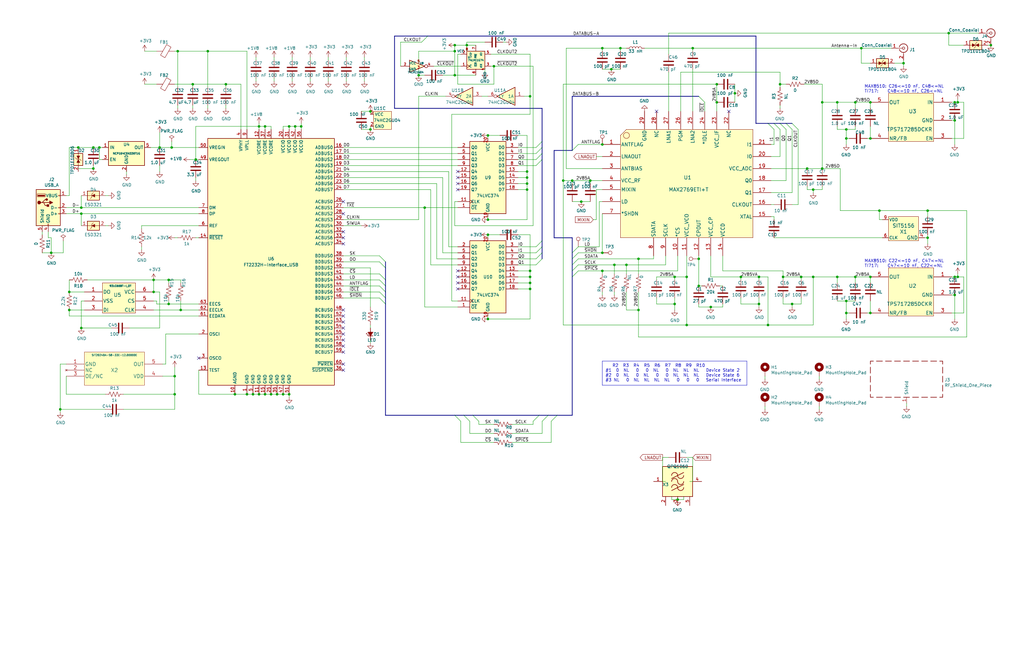
<source format=kicad_sch>
(kicad_sch (version 20230121) (generator eeschema)
  (paper "B")
  (title_block (title "L1 IF Stream") (date "2023-06-19") (rev "${SCH_VER}") (comment 1 "creativecommons.org/licenses/by/4.0/") (comment 2 "License: CC BY 4.0") (comment 3 "Maxim 2769 To FT2232H USB Converter (L1 IF Stream)") (comment 4 "Author: W. Kyle Gilbertson"))
  (junction (at 346.71 43.18))
  (junction (at 330.2 116.84))
  (junction (at 402.59 43.18))
  (junction (at 269.24 130.81))
  (junction (at 81.28 35.56))
  (junction (at 360.68 43.18))
  (junction (at 367.03 132.08))
  (junction (at 248.92 76.2))
  (junction (at 254 114.3))
  (junction (at 156.21 46.99))
  (junction (at 292.1 20.32))
  (junction (at 257.81 29.21))
  (junction (at 367.03 43.18))
  (junction (at 34.29 87.63))
  (junction (at 114.3 166.37))
  (junction (at 381 26.67))
  (junction (at 41.91 62.23))
  (junction (at 39.37 62.23))
  (junction (at 73.66 158.75))
  (junction (at 121.92 53.34))
  (junction (at 64.77 123.19))
  (junction (at 29.21 123.19))
  (junction (at 34.29 138.43))
  (junction (at 402.59 124.46))
  (junction (at 205.74 57.15))
  (junction (at 223.52 40.64))
  (junction (at 33.02 62.23))
  (junction (at 205.74 134.62))
  (junction (at 342.9 80.01))
  (junction (at 72.39 62.23))
  (junction (at 337.82 116.84))
  (junction (at 191.77 31.75))
  (junction (at 74.93 21.59))
  (junction (at 116.84 166.37))
  (junction (at 109.22 166.37))
  (junction (at 367.03 58.42))
  (junction (at 176.53 31.75))
  (junction (at 21.59 106.68))
  (junction (at 285.75 210.82))
  (junction (at 111.76 53.34))
  (junction (at 269.24 109.22))
  (junction (at 353.06 116.84))
  (junction (at 76.2 130.81))
  (junction (at 106.68 166.37))
  (junction (at 222.25 77.47))
  (junction (at 25.4 172.72))
  (junction (at 400.05 13.97))
  (junction (at 29.21 130.81))
  (junction (at 403.86 43.18))
  (junction (at 342.9 116.84))
  (junction (at 340.36 71.12))
  (junction (at 223.52 114.3))
  (junction (at 302.26 35.56))
  (junction (at 294.64 120.65))
  (junction (at 119.38 166.37))
  (junction (at 346.71 71.12))
  (junction (at 391.16 88.9))
  (junction (at 208.28 27.94))
  (junction (at 109.22 53.34))
  (junction (at 360.68 116.84))
  (junction (at 334.01 128.27))
  (junction (at 261.62 20.32))
  (junction (at 284.48 116.84))
  (junction (at 299.72 129.54))
  (junction (at 353.06 43.18))
  (junction (at 223.52 116.84))
  (junction (at 356.87 58.42))
  (junction (at 320.04 116.84))
  (junction (at 356.87 54.61))
  (junction (at 328.93 35.56))
  (junction (at 254 20.32))
  (junction (at 367.03 116.84))
  (junction (at 402.59 116.84))
  (junction (at 99.06 166.37))
  (junction (at 312.42 116.84))
  (junction (at 196.85 19.05))
  (junction (at 111.76 166.37))
  (junction (at 237.49 76.2))
  (junction (at 356.87 127))
  (junction (at 356.87 132.08))
  (junction (at 402.59 50.8))
  (junction (at 289.56 116.84))
  (junction (at 241.3 76.2))
  (junction (at 323.85 137.16))
  (junction (at 391.16 100.33))
  (junction (at 124.46 53.34))
  (junction (at 191.77 19.05))
  (junction (at 223.52 121.92))
  (junction (at 309.88 39.37))
  (junction (at 254 106.68))
  (junction (at 289.56 137.16))
  (junction (at 71.12 118.11))
  (junction (at 73.66 166.37))
  (junction (at 71.12 128.27))
  (junction (at 64.77 118.11))
  (junction (at 264.16 111.76))
  (junction (at 284.48 128.27))
  (junction (at 127 53.34))
  (junction (at 179.07 87.63))
  (junction (at 254 60.96))
  (junction (at 205.74 92.71))
  (junction (at 67.31 62.23))
  (junction (at 34.29 90.17))
  (junction (at 403.86 116.84))
  (junction (at 82.55 67.31))
  (junction (at 121.92 166.37))
  (junction (at 302.26 43.18))
  (junction (at 191.77 21.59))
  (junction (at 222.25 80.01))
  (junction (at 39.37 71.12))
  (junction (at 259.08 111.76))
  (junction (at 245.11 85.09))
  (junction (at 294.64 109.22))
  (junction (at 370.84 88.9))
  (junction (at 156.21 54.61))
  (junction (at 320.04 128.27))
  (junction (at 363.22 20.32))
  (junction (at 223.52 119.38))
  (junction (at 87.63 21.59))
  (junction (at 222.25 74.93))
  (junction (at 222.25 72.39))
  (junction (at 104.14 166.37))
  (junction (at 205.74 99.06))
  (junction (at 95.25 35.56))
  (junction (at 417.83 19.05))
  (no_connect (at 144.78 85.09))
  (no_connect (at 144.78 130.81))
  (no_connect (at 193.04 119.38))
  (no_connect (at 193.04 80.01))
  (no_connect (at 144.78 135.89))
  (no_connect (at 144.78 148.59))
  (no_connect (at 144.78 143.51))
  (no_connect (at 144.78 138.43))
  (no_connect (at 144.78 153.67))
  (no_connect (at 144.78 146.05))
  (no_connect (at 307.34 46.99))
  (no_connect (at 193.04 72.39))
  (no_connect (at 144.78 100.33))
  (no_connect (at 193.04 74.93))
  (no_connect (at 144.78 133.35))
  (no_connect (at 276.86 46.99))
  (no_connect (at 193.04 116.84))
  (no_connect (at 193.04 114.3))
  (no_connect (at 144.78 97.79))
  (no_connect (at 83.82 151.13))
  (no_connect (at 193.04 121.92))
  (no_connect (at 144.78 140.97))
  (no_connect (at 144.78 102.87))
  (no_connect (at 144.78 156.21))
  (no_connect (at 193.04 77.47))
  (no_connect (at 144.78 90.17))
  (bus_entry (at 226.06 64.77) (size 2.54 -2.54))
  (bus_entry (at 232.41 177.8) (size 2.54 -2.54))
  (bus_entry (at 243.84 109.22) (size -2.54 2.54))
  (bus_entry (at 326.39 52.07) (size 2.54 2.54))
  (bus_entry (at 226.06 106.68) (size 2.54 -2.54))
  (bus_entry (at 160.02 118.11) (size 2.54 2.54))
  (bus_entry (at 243.84 111.76) (size -2.54 2.54))
  (bus_entry (at 160.02 115.57) (size 2.54 2.54))
  (bus_entry (at 160.02 123.19) (size 2.54 2.54))
  (bus_entry (at 199.39 175.26) (size 2.54 2.54))
  (bus_entry (at 177.8 17.78) (size 2.54 -2.54))
  (bus_entry (at 191.77 175.26) (size 2.54 2.54))
  (bus_entry (at 160.02 125.73) (size 2.54 2.54))
  (bus_entry (at 328.93 52.07) (size 2.54 2.54))
  (bus_entry (at 226.06 109.22) (size 2.54 -2.54))
  (bus_entry (at 294.64 40.64) (size 2.54 2.54))
  (bus_entry (at 226.06 67.31) (size 2.54 -2.54))
  (bus_entry (at 224.79 177.8) (size 2.54 -2.54))
  (bus_entry (at 160.02 107.95) (size 2.54 2.54))
  (bus_entry (at 331.47 52.07) (size 2.54 2.54))
  (bus_entry (at 243.84 106.68) (size -2.54 2.54))
  (bus_entry (at 226.06 69.85) (size 2.54 -2.54))
  (bus_entry (at 226.06 111.76) (size 2.54 -2.54))
  (bus_entry (at 241.3 63.5) (size 2.54 -2.54))
  (bus_entry (at 226.06 104.14) (size 2.54 -2.54))
  (bus_entry (at 243.84 114.3) (size -2.54 2.54))
  (bus_entry (at 334.01 52.07) (size 2.54 2.54))
  (bus_entry (at 160.02 110.49) (size 2.54 2.54))
  (bus_entry (at 195.58 175.26) (size 2.54 2.54))
  (bus_entry (at 241.3 106.68) (size 2.54 -2.54))
  (bus_entry (at 160.02 120.65) (size 2.54 2.54))
  (bus_entry (at 326.39 54.61) (size -2.54 -2.54))
  (bus_entry (at 226.06 62.23) (size 2.54 -2.54))
  (bus_entry (at 228.6 177.8) (size 2.54 -2.54))
  (wire (pts (xy 176.53 21.59) (xy 176.53 26.67)))
  (wire (pts (xy 208.28 35.56) (xy 193.04 35.56)))
  (bus (pts (xy 241.3 106.68) (xy 241.3 109.22)))
  (wire (pts (xy 334.01 128.27) (xy 330.2 128.27)))
  (wire (pts (xy 218.44 62.23) (xy 226.06 62.23)))
  (wire (pts (xy 237.49 76.2) (xy 237.49 35.56)))
  (wire (pts (xy 254 123.19) (xy 254 124.46)))
  (wire (pts (xy 104.14 21.59) (xy 87.63 21.59)))
  (wire (pts (xy 403.86 116.84) (xy 406.4 116.84)))
  (wire (pts (xy 26.67 106.68) (xy 21.59 106.68)))
  (wire (pts (xy 107.95 34.29) (xy 107.95 33.02)))
  (wire (pts (xy 337.82 125.73) (xy 337.82 128.27)))
  (wire (pts (xy 200.66 31.75) (xy 191.77 31.75)))
  (wire (pts (xy 127 53.34) (xy 127 54.61)))
  (wire (pts (xy 43.18 62.23) (xy 41.91 62.23)))
  (wire (pts (xy 71.12 127) (xy 71.12 128.27)))
  (wire (pts (xy 237.49 76.2) (xy 237.49 137.16)))
  (wire (pts (xy 261.62 20.32) (xy 264.16 20.32)))
  (wire (pts (xy 27.94 82.55) (xy 29.21 82.55)))
  (wire (pts (xy 218.44 104.14) (xy 226.06 104.14)))
  (wire (pts (xy 290.83 203.2) (xy 292.1 203.2)))
  (wire (pts (xy 406.4 58.42) (xy 401.32 58.42)))
  (wire (pts (xy 381 26.67) (xy 381 27.94)))
  (wire (pts (xy 87.63 45.72) (xy 87.63 44.45)))
  (wire (pts (xy 27.94 166.37) (xy 27.94 158.75)))
  (wire (pts (xy 144.78 77.47) (xy 184.15 77.47)))
  (wire (pts (xy 218.44 57.15) (xy 222.25 57.15)))
  (wire (pts (xy 25.4 173.99) (xy 25.4 172.72)))
  (wire (pts (xy 367.03 53.34) (xy 367.03 58.42)))
  (wire (pts (xy 218.44 114.3) (xy 223.52 114.3)))
  (bus (pts (xy 228.6 106.68) (xy 228.6 109.22)))
  (wire (pts (xy 191.77 31.75) (xy 186.69 31.75)))
  (wire (pts (xy 187.96 40.64) (xy 176.53 40.64)))
  (wire (pts (xy 389.89 100.33) (xy 391.16 100.33)))
  (wire (pts (xy 326.39 100.33) (xy 372.11 100.33)))
  (wire (pts (xy 196.85 19.05) (xy 196.85 17.78)))
  (wire (pts (xy 269.24 142.24) (xy 407.67 142.24)))
  (wire (pts (xy 44.45 166.37) (xy 27.94 166.37)))
  (wire (pts (xy 243.84 60.96) (xy 254 60.96)))
  (wire (pts (xy 186.69 106.68) (xy 193.04 106.68)))
  (wire (pts (xy 254 90.17) (xy 254 106.68)))
  (wire (pts (xy 325.12 76.2) (xy 331.47 76.2)))
  (wire (pts (xy 109.22 53.34) (xy 109.22 52.07)))
  (wire (pts (xy 294.64 107.95) (xy 294.64 109.22)))
  (wire (pts (xy 204.47 30.48) (xy 204.47 29.21)))
  (wire (pts (xy 269.24 115.57) (xy 269.24 109.22)))
  (wire (pts (xy 115.57 25.4) (xy 115.57 24.13)))
  (wire (pts (xy 34.29 82.55) (xy 34.29 87.63)))
  (wire (pts (xy 406.4 132.08) (xy 406.4 116.84)))
  (wire (pts (xy 26.67 101.6) (xy 26.67 106.68)))
  (wire (pts (xy 356.87 127) (xy 353.06 127)))
  (wire (pts (xy 218.44 72.39) (xy 222.25 72.39)))
  (wire (pts (xy 328.93 66.04) (xy 325.12 66.04)))
  (bus (pts (xy 331.47 52.07) (xy 334.01 52.07)))
  (wire (pts (xy 106.68 166.37) (xy 109.22 166.37)))
  (wire (pts (xy 144.78 67.31) (xy 193.04 67.31)))
  (wire (pts (xy 402.59 124.46) (xy 402.59 134.62)))
  (wire (pts (xy 191.77 21.59) (xy 191.77 31.75)))
  (bus (pts (xy 166.37 45.72) (xy 166.37 15.24)))
  (wire (pts (xy 402.59 50.8) (xy 402.59 60.96)))
  (wire (pts (xy 312.42 116.84) (xy 299.72 116.84)))
  (wire (pts (xy 81.28 35.56) (xy 95.25 35.56)))
  (wire (pts (xy 95.25 36.83) (xy 95.25 35.56)))
  (wire (pts (xy 21.59 100.33) (xy 21.59 106.68)))
  (wire (pts (xy 21.59 106.68) (xy 17.78 106.68)))
  (wire (pts (xy 71.12 118.11) (xy 76.2 118.11)))
  (wire (pts (xy 198.12 182.88) (xy 198.12 177.8)))
  (wire (pts (xy 226.06 111.76) (xy 218.44 111.76)))
  (wire (pts (xy 312.42 116.84) (xy 312.42 118.11)))
  (wire (pts (xy 353.06 43.18) (xy 360.68 43.18)))
  (bus (pts (xy 328.93 52.07) (xy 331.47 52.07)))
  (wire (pts (xy 241.3 85.09) (xy 245.11 85.09)))
  (wire (pts (xy 232.41 186.69) (xy 215.9 186.69)))
  (wire (pts (xy 33.02 62.23) (xy 33.02 63.5)))
  (wire (pts (xy 363.22 26.67) (xy 367.03 26.67)))
  (wire (pts (xy 54.61 138.43) (xy 67.31 138.43)))
  (wire (pts (xy 205.74 92.71) (xy 205.74 91.44)))
  (wire (pts (xy 82.55 53.34) (xy 82.55 67.31)))
  (wire (pts (xy 201.93 179.07) (xy 201.93 177.8)))
  (wire (pts (xy 44.45 172.72) (xy 25.4 172.72)))
  (bus (pts (xy 162.56 113.03) (xy 162.56 118.11)))
  (wire (pts (xy 43.18 67.31) (xy 41.91 67.31)))
  (wire (pts (xy 346.71 43.18) (xy 346.71 71.12)))
  (wire (pts (xy 264.16 130.81) (xy 269.24 130.81)))
  (bus (pts (xy 162.56 128.27) (xy 162.56 175.26)))
  (wire (pts (xy 264.16 123.19) (xy 264.16 130.81)))
  (bus (pts (xy 228.6 101.6) (xy 228.6 104.14)))
  (wire (pts (xy 144.78 120.65) (xy 160.02 120.65)))
  (wire (pts (xy 342.9 116.84) (xy 353.06 116.84)))
  (wire (pts (xy 207.01 27.94) (xy 208.28 27.94)))
  (wire (pts (xy 281.94 46.99) (xy 281.94 30.48)))
  (wire (pts (xy 83.82 128.27) (xy 71.12 128.27)))
  (wire (pts (xy 73.66 158.75) (xy 68.58 158.75)))
  (wire (pts (xy 35.56 127) (xy 34.29 127)))
  (wire (pts (xy 320.04 125.73) (xy 320.04 128.27)))
  (wire (pts (xy 208.28 179.07) (xy 201.93 179.07)))
  (wire (pts (xy 289.56 137.16) (xy 237.49 137.16)))
  (wire (pts (xy 325.12 71.12) (xy 340.36 71.12)))
  (wire (pts (xy 74.93 100.33) (xy 73.66 100.33)))
  (wire (pts (xy 74.93 36.83) (xy 74.93 21.59)))
  (bus (pts (xy 162.56 120.65) (xy 162.56 123.19)))
  (wire (pts (xy 144.78 113.03) (xy 156.21 113.03)))
  (wire (pts (xy 223.52 22.86) (xy 223.52 40.64)))
  (wire (pts (xy 365.76 132.08) (xy 367.03 132.08)))
  (wire (pts (xy 186.69 106.68) (xy 186.69 74.93)))
  (wire (pts (xy 36.83 118.11) (xy 64.77 118.11)))
  (wire (pts (xy 342.9 80.01) (xy 346.71 80.01)))
  (wire (pts (xy 205.74 100.33) (xy 205.74 99.06)))
  (bus (pts (xy 166.37 15.24) (xy 180.34 15.24)))
  (wire (pts (xy 299.72 107.95) (xy 299.72 116.84)))
  (wire (pts (xy 222.25 77.47) (xy 222.25 80.01)))
  (wire (pts (xy 285.75 107.95) (xy 285.75 114.3)))
  (wire (pts (xy 179.07 31.75) (xy 176.53 31.75)))
  (wire (pts (xy 41.91 62.23) (xy 41.91 67.31)))
  (wire (pts (xy 72.39 59.69) (xy 72.39 62.23)))
  (wire (pts (xy 337.82 116.84) (xy 330.2 116.84)))
  (wire (pts (xy 144.78 87.63) (xy 179.07 87.63)))
  (wire (pts (xy 243.84 106.68) (xy 254 106.68)))
  (wire (pts (xy 353.06 119.38) (xy 353.06 116.84)))
  (wire (pts (xy 60.96 21.59) (xy 66.04 21.59)))
  (bus (pts (xy 241.3 114.3) (xy 241.3 116.84)))
  (wire (pts (xy 254 114.3) (xy 285.75 114.3)))
  (wire (pts (xy 223.52 114.3) (xy 223.52 116.84)))
  (wire (pts (xy 284.48 116.84) (xy 284.48 118.11)))
  (wire (pts (xy 144.78 74.93) (xy 186.69 74.93)))
  (wire (pts (xy 372.11 92.71) (xy 370.84 92.71)))
  (wire (pts (xy 325.12 81.28) (xy 334.01 81.28)))
  (wire (pts (xy 25.4 172.72) (xy 25.4 153.67)))
  (bus (pts (xy 326.39 52.07) (xy 328.93 52.07)))
  (bus (pts (xy 241.3 63.5) (xy 241.3 40.64)))
  (wire (pts (xy 218.44 106.68) (xy 226.06 106.68)))
  (wire (pts (xy 223.52 119.38) (xy 223.52 121.92)))
  (wire (pts (xy 67.31 55.88) (xy 67.31 62.23)))
  (wire (pts (xy 320.04 116.84) (xy 312.42 116.84)))
  (wire (pts (xy 223.52 121.92) (xy 223.52 134.62)))
  (wire (pts (xy 345.44 160.02) (xy 345.44 158.75)))
  (wire (pts (xy 356.87 60.96) (xy 356.87 58.42)))
  (wire (pts (xy 208.28 27.94) (xy 208.28 35.56)))
  (wire (pts (xy 360.68 116.84) (xy 367.03 116.84)))
  (wire (pts (xy 254 85.09) (xy 252.73 85.09)))
  (wire (pts (xy 179.07 129.54) (xy 193.04 129.54)))
  (wire (pts (xy 156.21 48.26) (xy 156.21 46.99)))
  (wire (pts (xy 302.26 46.99) (xy 302.26 43.18)))
  (wire (pts (xy 111.76 54.61) (xy 111.76 53.34)))
  (wire (pts (xy 328.93 44.45) (xy 328.93 45.72)))
  (wire (pts (xy 238.76 71.12) (xy 254 71.12)))
  (wire (pts (xy 189.23 104.14) (xy 189.23 72.39)))
  (wire (pts (xy 182.88 27.94) (xy 194.31 27.94)))
  (wire (pts (xy 238.76 20.32) (xy 254 20.32)))
  (wire (pts (xy 101.6 54.61) (xy 101.6 35.56)))
  (wire (pts (xy 34.29 87.63) (xy 83.82 87.63)))
  (wire (pts (xy 74.93 44.45) (xy 74.93 45.72)))
  (wire (pts (xy 222.25 72.39) (xy 222.25 57.15)))
  (wire (pts (xy 401.32 124.46) (xy 402.59 124.46)))
  (wire (pts (xy 35.56 123.19) (xy 29.21 123.19)))
  (wire (pts (xy 119.38 54.61) (xy 119.38 53.34)))
  (wire (pts (xy 228.6 182.88) (xy 215.9 182.88)))
  (wire (pts (xy 190.5 127) (xy 193.04 127)))
  (wire (pts (xy 218.44 64.77) (xy 226.06 64.77)))
  (bus (pts (xy 228.6 45.72) (xy 228.6 59.69)))
  (wire (pts (xy 144.78 92.71) (xy 176.53 92.71)))
  (bus (pts (xy 199.39 175.26) (xy 227.33 175.26)))
  (wire (pts (xy 345.44 172.72) (xy 345.44 171.45)))
  (wire (pts (xy 248.92 77.47) (xy 248.92 76.2)))
  (wire (pts (xy 27.94 153.67) (xy 25.4 153.67)))
  (wire (pts (xy 320.04 116.84) (xy 323.85 116.84)))
  (bus (pts (xy 191.77 175.26) (xy 162.56 175.26)))
  (wire (pts (xy 44.45 95.25) (xy 45.72 95.25)))
  (wire (pts (xy 196.85 17.78) (xy 204.47 17.78)))
  (wire (pts (xy 176.53 92.71) (xy 176.53 40.64)))
  (wire (pts (xy 146.05 25.4) (xy 146.05 24.13)))
  (wire (pts (xy 243.84 114.3) (xy 254 114.3)))
  (wire (pts (xy 218.44 67.31) (xy 226.06 67.31)))
  (wire (pts (xy 156.21 113.03) (xy 156.21 129.54)))
  (wire (pts (xy 232.41 177.8) (xy 232.41 186.69)))
  (wire (pts (xy 243.84 111.76) (xy 259.08 111.76)))
  (wire (pts (xy 193.04 22.86) (xy 193.04 35.56)))
  (wire (pts (xy 29.21 62.23) (xy 33.02 62.23)))
  (wire (pts (xy 29.21 130.81) (xy 29.21 133.35)))
  (wire (pts (xy 189.23 104.14) (xy 193.04 104.14)))
  (wire (pts (xy 269.24 123.19) (xy 269.24 130.81)))
  (bus (pts (xy 166.37 45.72) (xy 228.6 45.72)))
  (wire (pts (xy 64.77 118.11) (xy 64.77 123.19)))
  (wire (pts (xy 193.04 22.86) (xy 194.31 22.86)))
  (wire (pts (xy 66.04 128.27) (xy 66.04 127)))
  (wire (pts (xy 367.03 45.72) (xy 367.03 43.18)))
  (wire (pts (xy 353.06 53.34) (xy 353.06 54.61)))
  (wire (pts (xy 144.78 107.95) (xy 160.02 107.95)))
  (wire (pts (xy 303.53 120.65) (xy 304.8 120.65)))
  (wire (pts (xy 269.24 130.81) (xy 269.24 142.24)))
  (wire (pts (xy 334.01 86.36) (xy 336.55 86.36)))
  (polyline (pts (xy 254 162.56) (xy 254 152.4)))
  (wire (pts (xy 284.48 128.27) (xy 284.48 130.81)))
  (wire (pts (xy 288.29 209.55) (xy 288.29 210.82)))
  (wire (pts (xy 71.12 119.38) (xy 71.12 118.11)))
  (wire (pts (xy 208.28 182.88) (xy 198.12 182.88)))
  (wire (pts (xy 181.61 111.76) (xy 181.61 80.01)))
  (bus (pts (xy 318.77 52.07) (xy 323.85 52.07)))
  (bus (pts (xy 241.3 111.76) (xy 241.3 114.3)))
  (wire (pts (xy 294.64 109.22) (xy 294.64 120.65)))
  (wire (pts (xy 218.44 80.01) (xy 222.25 80.01)))
  (wire (pts (xy 104.14 54.61) (xy 104.14 21.59)))
  (bus (pts (xy 241.3 175.26) (xy 234.95 175.26)))
  (wire (pts (xy 312.42 125.73) (xy 312.42 128.27)))
  (wire (pts (xy 156.21 137.16) (xy 156.21 138.43)))
  (wire (pts (xy 69.85 140.97) (xy 83.82 140.97)))
  (wire (pts (xy 251.46 92.71) (xy 250.19 92.71)))
  (wire (pts (xy 190.5 48.26) (xy 223.52 48.26)))
  (wire (pts (xy 251.46 80.01) (xy 251.46 92.71)))
  (wire (pts (xy 360.68 119.38) (xy 360.68 116.84)))
  (wire (pts (xy 402.59 43.18) (xy 403.86 43.18)))
  (wire (pts (xy 66.04 127) (xy 64.77 127)))
  (wire (pts (xy 121.92 53.34) (xy 124.46 53.34)))
  (wire (pts (xy 76.2 130.81) (xy 83.82 130.81)))
  (wire (pts (xy 340.36 78.74) (xy 340.36 80.01)))
  (wire (pts (xy 76.2 119.38) (xy 76.2 118.11)))
  (wire (pts (xy 331.47 35.56) (xy 328.93 35.56)))
  (wire (pts (xy 292.1 193.04) (xy 292.1 203.2)))
  (wire (pts (xy 179.07 87.63) (xy 179.07 129.54)))
  (wire (pts (xy 356.87 54.61) (xy 353.06 54.61)))
  (wire (pts (xy 294.64 129.54) (xy 294.64 128.27)))
  (wire (pts (xy 115.57 34.29) (xy 115.57 33.02)))
  (wire (pts (xy 337.82 128.27) (xy 334.01 128.27)))
  (wire (pts (xy 276.86 125.73) (xy 276.86 128.27)))
  (wire (pts (xy 83.82 166.37) (xy 99.06 166.37)))
  (wire (pts (xy 382.27 171.45) (xy 382.27 170.18)))
  (polyline (pts (xy 314.96 152.4) (xy 314.96 162.56)))
  (wire (pts (xy 342.9 116.84) (xy 342.9 137.16)))
  (wire (pts (xy 71.12 118.11) (xy 64.77 118.11)))
  (wire (pts (xy 289.56 137.16) (xy 323.85 137.16)))
  (wire (pts (xy 119.38 166.37) (xy 121.92 166.37)))
  (wire (pts (xy 109.22 54.61) (xy 109.22 53.34)))
  (wire (pts (xy 69.85 153.67) (xy 69.85 140.97)))
  (bus (pts (xy 228.6 104.14) (xy 228.6 106.68)))
  (wire (pts (xy 153.67 34.29) (xy 153.67 33.02)))
  (wire (pts (xy 33.02 62.23) (xy 39.37 62.23)))
  (bus (pts (xy 162.56 118.11) (xy 162.56 120.65)))
  (wire (pts (xy 191.77 85.09) (xy 191.77 95.25)))
  (wire (pts (xy 416.56 19.05) (xy 417.83 19.05)))
  (wire (pts (xy 95.25 35.56) (xy 101.6 35.56)))
  (bus (pts (xy 323.85 52.07) (xy 326.39 52.07)))
  (wire (pts (xy 337.82 116.84) (xy 337.82 118.11)))
  (bus (pts (xy 231.14 175.26) (xy 234.95 175.26)))
  (wire (pts (xy 295.91 120.65) (xy 294.64 120.65)))
  (wire (pts (xy 248.92 85.09) (xy 245.11 85.09)))
  (wire (pts (xy 223.52 134.62) (xy 205.74 134.62)))
  (wire (pts (xy 210.82 99.06) (xy 205.74 99.06)))
  (wire (pts (xy 271.78 20.32) (xy 292.1 20.32)))
  (bus (pts (xy 228.6 64.77) (xy 228.6 67.31)))
  (wire (pts (xy 360.68 54.61) (xy 356.87 54.61)))
  (wire (pts (xy 83.82 100.33) (xy 82.55 100.33)))
  (wire (pts (xy 95.25 45.72) (xy 95.25 44.45)))
  (wire (pts (xy 218.44 74.93) (xy 222.25 74.93)))
  (wire (pts (xy 304.8 114.3) (xy 330.2 114.3)))
  (wire (pts (xy 193.04 109.22) (xy 184.15 109.22)))
  (wire (pts (xy 114.3 166.37) (xy 116.84 166.37)))
  (wire (pts (xy 283.21 209.55) (xy 283.21 210.82)))
  (wire (pts (xy 83.82 67.31) (xy 82.55 67.31)))
  (wire (pts (xy 248.92 76.2) (xy 241.3 76.2)))
  (wire (pts (xy 104.14 166.37) (xy 99.06 166.37)))
  (wire (pts (xy 111.76 166.37) (xy 114.3 166.37)))
  (wire (pts (xy 223.52 99.06) (xy 223.52 114.3)))
  (wire (pts (xy 285.75 209.55) (xy 285.75 210.82)))
  (wire (pts (xy 275.59 109.22) (xy 275.59 107.95)))
  (wire (pts (xy 287.02 30.48) (xy 328.93 30.48)))
  (wire (pts (xy 339.09 35.56) (xy 346.71 35.56)))
  (wire (pts (xy 218.44 69.85) (xy 226.06 69.85)))
  (wire (pts (xy 254 115.57) (xy 254 114.3)))
  (wire (pts (xy 367.03 127) (xy 367.03 132.08)))
  (wire (pts (xy 67.31 62.23) (xy 63.5 62.23)))
  (wire (pts (xy 323.85 137.16) (xy 342.9 137.16)))
  (wire (pts (xy 35.56 130.81) (xy 29.21 130.81)))
  (wire (pts (xy 191.77 19.05) (xy 191.77 21.59)))
  (wire (pts (xy 377.19 26.67) (xy 381 26.67)))
  (wire (pts (xy 259.08 111.76) (xy 264.16 111.76)))
  (wire (pts (xy 152.4 54.61) (xy 156.21 54.61)))
  (wire (pts (xy 238.76 20.32) (xy 238.76 71.12)))
  (wire (pts (xy 403.86 43.18) (xy 406.4 43.18)))
  (wire (pts (xy 302.26 35.56) (xy 237.49 35.56)))
  (wire (pts (xy 73.66 172.72) (xy 52.07 172.72)))
  (polyline (pts (xy 314.96 162.56) (xy 254 162.56)))
  (wire (pts (xy 323.85 116.84) (xy 323.85 137.16)))
  (wire (pts (xy 116.84 166.37) (xy 119.38 166.37)))
  (wire (pts (xy 39.37 62.23) (xy 41.91 62.23)))
  (wire (pts (xy 109.22 166.37) (xy 111.76 166.37)))
  (wire (pts (xy 34.29 87.63) (xy 27.94 87.63)))
  (wire (pts (xy 121.92 167.64) (xy 121.92 166.37)))
  (bus (pts (xy 233.68 63.5) (xy 233.68 100.33)))
  (wire (pts (xy 391.16 88.9) (xy 407.67 88.9)))
  (bus (pts (xy 318.77 52.07) (xy 318.77 15.24)))
  (wire (pts (xy 83.82 95.25) (xy 59.69 95.25)))
  (wire (pts (xy 124.46 53.34) (xy 127 53.34)))
  (wire (pts (xy 87.63 36.83) (xy 87.63 21.59)))
  (wire (pts (xy 336.55 54.61) (xy 336.55 86.36)))
  (wire (pts (xy 330.2 116.84) (xy 330.2 114.3)))
  (wire (pts (xy 222.25 80.01) (xy 222.25 92.71)))
  (wire (pts (xy 365.76 58.42) (xy 367.03 58.42)))
  (wire (pts (xy 391.16 88.9) (xy 391.16 91.44)))
  (wire (pts (xy 401.32 116.84) (xy 402.59 116.84)))
  (wire (pts (xy 222.25 74.93) (xy 222.25 77.47)))
  (wire (pts (xy 138.43 34.29) (xy 138.43 33.02)))
  (wire (pts (xy 73.66 154.94) (xy 73.66 158.75)))
  (wire (pts (xy 289.56 116.84) (xy 289.56 137.16)))
  (wire (pts (xy 401.32 132.08) (xy 406.4 132.08)))
  (wire (pts (xy 326.39 91.44) (xy 325.12 91.44)))
  (wire (pts (xy 276.86 128.27) (xy 284.48 128.27)))
  (wire (pts (xy 289.56 116.84) (xy 284.48 116.84)))
  (wire (pts (xy 342.9 80.01) (xy 342.9 81.28)))
  (wire (pts (xy 326.39 60.96) (xy 326.39 54.61)))
  (wire (pts (xy 119.38 53.34) (xy 121.92 53.34)))
  (wire (pts (xy 334.01 128.27) (xy 334.01 129.54)))
  (wire (pts (xy 83.82 156.21) (xy 83.82 166.37)))
  (wire (pts (xy 322.58 160.02) (xy 322.58 158.75)))
  (wire (pts (xy 74.93 21.59) (xy 73.66 21.59)))
  (wire (pts (xy 403.86 115.57) (xy 403.86 116.84)))
  (wire (pts (xy 261.62 21.59) (xy 261.62 20.32)))
  (wire (pts (xy 190.5 48.26) (xy 190.5 127)))
  (wire (pts (xy 53.34 72.39) (xy 53.34 73.66)))
  (wire (pts (xy 176.53 29.21) (xy 176.53 31.75)))
  (wire (pts (xy 370.84 92.71) (xy 370.84 88.9)))
  (wire (pts (xy 360.68 127) (xy 356.87 127)))
  (wire (pts (xy 218.44 121.92) (xy 223.52 121.92)))
  (wire (pts (xy 123.19 25.4) (xy 123.19 24.13)))
  (wire (pts (xy 196.85 19.05) (xy 200.66 19.05)))
  (wire (pts (xy 146.05 34.29) (xy 146.05 33.02)))
  (wire (pts (xy 281.94 13.97) (xy 281.94 22.86)))
  (wire (pts (xy 168.91 27.94) (xy 168.91 17.78)))
  (wire (pts (xy 69.85 153.67) (xy 68.58 153.67)))
  (wire (pts (xy 284.48 116.84) (xy 276.86 116.84)))
  (wire (pts (xy 17.78 97.79) (xy 17.78 99.06)))
  (wire (pts (xy 326.39 92.71) (xy 326.39 91.44)))
  (wire (pts (xy 82.55 67.31) (xy 80.01 67.31)))
  (wire (pts (xy 346.71 43.18) (xy 353.06 43.18)))
  (wire (pts (xy 328.93 30.48) (xy 328.93 35.56)))
  (wire (pts (xy 144.78 64.77) (xy 193.04 64.77)))
  (wire (pts (xy 346.71 71.12) (xy 354.33 71.12)))
  (wire (pts (xy 111.76 53.34) (xy 109.22 53.34)))
  (wire (pts (xy 59.69 104.14) (xy 59.69 105.41)))
  (wire (pts (xy 144.78 115.57) (xy 160.02 115.57)))
  (wire (pts (xy 228.6 177.8) (xy 228.6 182.88)))
  (wire (pts (xy 73.66 166.37) (xy 73.66 158.75)))
  (wire (pts (xy 222.25 92.71) (xy 205.74 92.71)))
  (wire (pts (xy 320.04 128.27) (xy 320.04 129.54)))
  (wire (pts (xy 254 20.32) (xy 261.62 20.32)))
  (wire (pts (xy 279.4 193.04) (xy 279.4 203.2)))
  (wire (pts (xy 193.04 85.09) (xy 191.77 85.09)))
  (wire (pts (xy 264.16 111.76) (xy 280.67 111.76)))
  (wire (pts (xy 184.15 109.22) (xy 184.15 77.47)))
  (bus (pts (xy 228.6 59.69) (xy 228.6 62.23)))
  (wire (pts (xy 269.24 109.22) (xy 275.59 109.22)))
  (wire (pts (xy 297.18 46.99) (xy 297.18 43.18)))
  (wire (pts (xy 292.1 21.59) (xy 292.1 20.32)))
  (wire (pts (xy 299.72 129.54) (xy 294.64 129.54)))
  (wire (pts (xy 76.2 127) (xy 76.2 130.81)))
  (wire (pts (xy 309.88 35.56) (xy 309.88 39.37)))
  (wire (pts (xy 346.71 80.01) (xy 346.71 78.74)))
  (wire (pts (xy 402.59 116.84) (xy 403.86 116.84)))
  (wire (pts (xy 29.21 133.35) (xy 83.82 133.35)))
  (wire (pts (xy 259.08 123.19) (xy 259.08 124.46)))
  (wire (pts (xy 224.79 95.25) (xy 191.77 95.25)))
  (wire (pts (xy 218.44 99.06) (xy 223.52 99.06)))
  (wire (pts (xy 363.22 20.32) (xy 375.92 20.32)))
  (wire (pts (xy 381 25.4) (xy 381 26.67)))
  (wire (pts (xy 283.21 210.82) (xy 285.75 210.82)))
  (wire (pts (xy 353.06 45.72) (xy 353.06 43.18)))
  (wire (pts (xy 254 21.59) (xy 254 20.32)))
  (wire (pts (xy 29.21 62.23) (xy 29.21 82.55)))
  (wire (pts (xy 83.82 62.23) (xy 72.39 62.23)))
  (bus (pts (xy 228.6 62.23) (xy 228.6 64.77)))
  (wire (pts (xy 358.14 132.08) (xy 356.87 132.08)))
  (wire (pts (xy 346.71 43.18) (xy 346.71 35.56)))
  (wire (pts (xy 73.66 35.56) (xy 81.28 35.56)))
  (wire (pts (xy 220.98 40.64) (xy 223.52 40.64)))
  (wire (pts (xy 194.31 186.69) (xy 194.31 177.8)))
  (wire (pts (xy 285.75 210.82) (xy 288.29 210.82)))
  (wire (pts (xy 83.82 90.17) (xy 34.29 90.17)))
  (wire (pts (xy 208.28 186.69) (xy 194.31 186.69)))
  (wire (pts (xy 252.73 85.09) (xy 252.73 104.14)))
  (wire (pts (xy 289.56 107.95) (xy 289.56 116.84)))
  (wire (pts (xy 292.1 29.21) (xy 292.1 46.99)))
  (wire (pts (xy 81.28 44.45) (xy 81.28 45.72)))
  (wire (pts (xy 44.45 82.55) (xy 45.72 82.55)))
  (wire (pts (xy 207.01 22.86) (xy 223.52 22.86)))
  (wire (pts (xy 73.66 166.37) (xy 73.66 172.72)))
  (wire (pts (xy 223.52 40.64) (xy 223.52 48.26)))
  (wire (pts (xy 20.32 97.79) (xy 20.32 100.33)))
  (wire (pts (xy 292.1 20.32) (xy 363.22 20.32)))
  (wire (pts (xy 325.12 60.96) (xy 326.39 60.96)))
  (wire (pts (xy 156.21 53.34) (xy 156.21 54.61)))
  (wire (pts (xy 406.4 43.18) (xy 406.4 58.42)))
  (wire (pts (xy 218.44 116.84) (xy 223.52 116.84)))
  (wire (pts (xy 243.84 104.14) (xy 252.73 104.14)))
  (wire (pts (xy 302.26 43.18) (xy 302.26 35.56)))
  (wire (pts (xy 46.99 138.43) (xy 34.29 138.43)))
  (wire (pts (xy 360.68 53.34) (xy 360.68 54.61)))
  (wire (pts (xy 358.14 58.42) (xy 356.87 58.42)))
  (wire (pts (xy 109.22 53.34) (xy 82.55 53.34)))
  (wire (pts (xy 401.32 43.18) (xy 402.59 43.18)))
  (wire (pts (xy 226.06 109.22) (xy 218.44 109.22)))
  (wire (pts (xy 59.69 95.25) (xy 59.69 96.52)))
  (wire (pts (xy 330.2 116.84) (xy 330.2 118.11)))
  (wire (pts (xy 281.94 13.97) (xy 400.05 13.97)))
  (wire (pts (xy 208.28 27.94) (xy 224.79 27.94)))
  (wire (pts (xy 34.29 90.17) (xy 34.29 95.25)))
  (wire (pts (xy 130.81 34.29) (xy 130.81 33.02)))
  (wire (pts (xy 367.03 119.38) (xy 367.03 116.84)))
  (wire (pts (xy 196.85 21.59) (xy 196.85 19.05)))
  (wire (pts (xy 20.32 100.33) (xy 21.59 100.33)))
  (bus (pts (xy 233.68 100.33) (xy 241.3 100.33)))
  (wire (pts (xy 87.63 21.59) (xy 74.93 21.59)))
  (wire (pts (xy 353.06 116.84) (xy 360.68 116.84)))
  (wire (pts (xy 152.4 46.99) (xy 156.21 46.99)))
  (wire (pts (xy 114.3 53.34) (xy 111.76 53.34)))
  (wire (pts (xy 107.95 25.4) (xy 107.95 24.13)))
  (wire (pts (xy 328.93 35.56) (xy 328.93 36.83)))
  (wire (pts (xy 144.78 80.01) (xy 181.61 80.01)))
  (wire (pts (xy 402.59 50.8) (xy 401.32 50.8)))
  (wire (pts (xy 304.8 129.54) (xy 299.72 129.54)))
  (bus (pts (xy 180.34 15.24) (xy 318.77 15.24)))
  (wire (pts (xy 144.78 95.25) (xy 152.4 95.25)))
  (wire (pts (xy 241.3 76.2) (xy 237.49 76.2)))
  (bus (pts (xy 227.33 175.26) (xy 231.14 175.26)))
  (wire (pts (xy 254 76.2) (xy 248.92 76.2)))
  (wire (pts (xy 360.68 43.18) (xy 367.03 43.18)))
  (wire (pts (xy 144.78 69.85) (xy 193.04 69.85)))
  (wire (pts (xy 391.16 102.87) (xy 391.16 100.33)))
  (wire (pts (xy 251.46 80.01) (xy 254 80.01)))
  (wire (pts (xy 223.52 116.84) (xy 223.52 119.38)))
  (wire (pts (xy 218.44 77.47) (xy 222.25 77.47)))
  (wire (pts (xy 205.74 57.15) (xy 205.74 58.42)))
  (wire (pts (xy 213.36 17.78) (xy 212.09 17.78)))
  (wire (pts (xy 205.74 133.35) (xy 205.74 134.62)))
  (wire (pts (xy 241.3 77.47) (xy 241.3 76.2)))
  (wire (pts (xy 340.36 80.01) (xy 342.9 80.01)))
  (wire (pts (xy 121.92 54.61) (xy 121.92 53.34)))
  (wire (pts (xy 72.39 62.23) (xy 67.31 62.23)))
  (wire (pts (xy 64.77 130.81) (xy 76.2 130.81)))
  (wire (pts (xy 224.79 177.8) (xy 224.79 179.07)))
  (wire (pts (xy 320.04 118.11) (xy 320.04 116.84)))
  (wire (pts (xy 34.29 127) (xy 34.29 138.43)))
  (wire (pts (xy 292.1 193.04) (xy 289.56 193.04)))
  (wire (pts (xy 33.02 71.12) (xy 39.37 71.12)))
  (wire (pts (xy 168.91 17.78) (xy 177.8 17.78)))
  (wire (pts (xy 276.86 116.84) (xy 276.86 118.11)))
  (wire (pts (xy 264.16 115.57) (xy 264.16 111.76)))
  (wire (pts (xy 176.53 21.59) (xy 191.77 21.59)))
  (wire (pts (xy 354.33 88.9) (xy 354.33 71.12)))
  (wire (pts (xy 309.88 39.37) (xy 309.88 43.18)))
  (wire (pts (xy 205.74 40.64) (xy 203.2 40.64)))
  (wire (pts (xy 60.96 35.56) (xy 66.04 35.56)))
  (wire (pts (xy 67.31 69.85) (xy 67.31 72.39)))
  (wire (pts (xy 325.12 86.36) (xy 326.39 86.36)))
  (wire (pts (xy 259.08 115.57) (xy 259.08 111.76)))
  (wire (pts (xy 39.37 69.85) (xy 39.37 71.12)))
  (wire (pts (xy 243.84 109.22) (xy 269.24 109.22)))
  (wire (pts (xy 124.46 54.61) (xy 124.46 53.34)))
  (wire (pts (xy 287.02 30.48) (xy 287.02 46.99)))
  (wire (pts (xy 331.47 76.2) (xy 331.47 54.61)))
  (wire (pts (xy 123.19 34.29) (xy 123.19 33.02)))
  (wire (pts (xy 144.78 72.39) (xy 189.23 72.39)))
  (wire (pts (xy 179.07 87.63) (xy 193.04 87.63)))
  (wire (pts (xy 406.4 19.05) (xy 400.05 19.05)))
  (bus (pts (xy 162.56 110.49) (xy 162.56 113.03)))
  (wire (pts (xy 82.55 76.2) (xy 82.55 74.93)))
  (wire (pts (xy 412.75 13.97) (xy 400.05 13.97)))
  (wire (pts (xy 193.04 111.76) (xy 181.61 111.76)))
  (wire (pts (xy 330.2 128.27) (xy 330.2 125.73)))
  (wire (pts (xy 81.28 36.83) (xy 81.28 35.56)))
  (wire (pts (xy 403.86 41.91) (xy 403.86 43.18)))
  (wire (pts (xy 222.25 72.39) (xy 222.25 74.93)))
  (bus (pts (xy 162.56 125.73) (xy 162.56 128.27)))
  (wire (pts (xy 251.46 66.04) (xy 254 66.04)))
  (bus (pts (xy 191.77 175.26) (xy 195.58 175.26)))
  (wire (pts (xy 144.78 110.49) (xy 160.02 110.49)))
  (wire (pts (xy 144.78 125.73) (xy 160.02 125.73)))
  (wire (pts (xy 304.8 107.95) (xy 304.8 114.3)))
  (wire (pts (xy 29.21 118.11) (xy 29.21 123.19)))
  (wire (pts (xy 104.14 166.37) (xy 106.68 166.37)))
  (wire (pts (xy 400.05 19.05) (xy 400.05 13.97)))
  (wire (pts (xy 312.42 128.27) (xy 320.04 128.27)))
  (wire (pts (xy 356.87 134.62) (xy 356.87 132.08)))
  (wire (pts (xy 356.87 132.08) (xy 356.87 127)))
  (wire (pts (xy 210.82 57.15) (xy 205.74 57.15)))
  (wire (pts (xy 144.78 118.11) (xy 160.02 118.11)))
  (wire (pts (xy 340.36 71.12) (xy 346.71 71.12)))
  (wire (pts (xy 224.79 27.94) (xy 224.79 95.25)))
  (wire (pts (xy 144.78 123.19) (xy 160.02 123.19)))
  (wire (pts (xy 391.16 99.06) (xy 391.16 100.33)))
  (wire (pts (xy 328.93 54.61) (xy 328.93 66.04)))
  (wire (pts (xy 257.81 29.21) (xy 254 29.21)))
  (bus (pts (xy 162.56 123.19) (xy 162.56 125.73)))
  (bus (pts (xy 241.3 100.33) (xy 241.3 106.68)))
  (wire (pts (xy 322.58 172.72) (xy 322.58 171.45)))
  (wire (pts (xy 130.81 25.4) (xy 130.81 24.13)))
  (wire (pts (xy 52.07 166.37) (xy 73.66 166.37)))
  (wire (pts (xy 67.31 138.43) (xy 67.31 123.19)))
  (wire (pts (xy 127 53.34) (xy 127 52.07)))
  (wire (pts (xy 284.48 125.73) (xy 284.48 128.27)))
  (wire (pts (xy 153.67 25.4) (xy 153.67 24.13)))
  (wire (pts (xy 144.78 62.23) (xy 193.04 62.23)))
  (wire (pts (xy 261.62 29.21) (xy 257.81 29.21)))
  (wire (pts (xy 218.44 119.38) (xy 223.52 119.38)))
  (bus (pts (xy 228.6 67.31) (xy 228.6 101.6)))
  (wire (pts (xy 280.67 107.95) (xy 280.67 111.76)))
  (wire (pts (xy 363.22 20.32) (xy 363.22 26.67)))
  (wire (pts (xy 71.12 128.27) (xy 66.04 128.27)))
  (wire (pts (xy 224.79 179.07) (xy 215.9 179.07)))
  (wire (pts (xy 356.87 54.61) (xy 356.87 58.42)))
  (wire (pts (xy 334.01 81.28) (xy 334.01 54.61)))
  (wire (pts (xy 407.67 142.24) (xy 407.67 88.9)))
  (wire (pts (xy 191.77 19.05) (xy 196.85 19.05)))
  (wire (pts (xy 114.3 54.61) (xy 114.3 53.34)))
  (wire (pts (xy 279.4 193.04) (xy 281.94 193.04)))
  (bus (pts (xy 241.3 63.5) (xy 233.68 63.5)))
  (wire (pts (xy 67.31 123.19) (xy 64.77 123.19)))
  (wire (pts (xy 27.94 90.17) (xy 34.29 90.17)))
  (wire (pts (xy 279.4 203.2) (xy 280.67 203.2)))
  (bus (pts (xy 195.58 175.26) (xy 199.39 175.26)))
  (bus (pts (xy 241.3 40.64) (xy 294.64 40.64)))
  (bus (pts (xy 241.3 116.84) (xy 241.3 175.26)))
  (wire (pts (xy 354.33 88.9) (xy 370.84 88.9)))
  (polyline (pts (xy 254 152.4) (xy 314.96 152.4)))
  (wire (pts (xy 138.43 25.4) (xy 138.43 24.13)))
  (wire (pts (xy 304.8 128.27) (xy 304.8 129.54)))
  (wire (pts (xy 370.84 88.9) (xy 391.16 88.9)))
  (wire (pts (xy 156.21 143.51) (xy 156.21 144.78)))
  (bus (pts (xy 241.3 109.22) (xy 241.3 111.76)))
  (wire (pts (xy 360.68 45.72) (xy 360.68 43.18)))
  (wire (pts (xy 337.82 116.84) (xy 342.9 116.84)))
  (text "MAX8510: C26<=10 nF, C48<=NL\nTI717:    C48<=10 nF, C26<=NL" (at 364.49 39.37 0) (effects (font (size 1.27 1.27)) (justify left bottom)))
  (text "   R2  R3  R4  R5  R6  R7  R8  R9  R10\n#1  0  NL   0   0  NL   0  NL  NL  NL   Device State 2\n#2  0  NL   0  NL   0   0  NL  NL  NL   Device State 6\n#3 NL   0  NL  NL  NL  NL   0   0   0   Serial Interface" (at 255.27 161.29 0) (effects (font (size 1.27 1.27)) (justify left bottom)))
  (text "MAX8510: C22<=10 nF, C47<=NL\nTI717:    C47<=10 nF, C22<=NL" (at 364.49 113.03 0) (effects (font (size 1.27 1.27)) (justify left bottom)))
  (label "Q0" (at 331.47 59.69 90))
  (label "CLKIN" (at 146.05 92.71 0))
  (label "2V85D" (at 269.24 123.19 270))
  (label "~{SPICS}" (at 246.38 114.3 0))
  (label "ANTFLAG" (at 147.32 120.65 0))
  (label "2V85A" (at 360.68 116.84 0))
  (label "D7" (at 144.78 80.01 0))
  (label "~{CS}" (at 204.47 186.69 0))
  (label "2V85D" (at 339.09 35.56 0))
  (label "~{IDLE}" (at 297.18 43.18 270))
  (label "DO" (at 147.32 110.49 0))
  (label "~{CLKOUT}" (at 184.15 27.94 0))
  (label "2V85A" (at 331.47 116.84 0))
  (label "CLKOUT2" (at 209.55 22.86 0))
  (label "D6" (at 144.78 77.47 0))
  (label "CLKOUT" (at 170.18 17.78 0))
  (label "DATABUS-A" (at 252.73 15.24 180))
  (label "~{SHDN}" (at 147.32 125.73 0))
  (label "LD" (at 147.32 118.11 0))
  (label "Antenna-In" (at 350.52 20.32 0))
  (label "Q1" (at 218.44 69.85 0))
  (label "I0" (at 218.44 104.14 0))
  (label "D2" (at 144.78 67.31 0))
  (label "~{CLKOUT2}" (at 209.55 27.94 0))
  (label "SDATA" (at 246.38 109.22 0))
  (label "ANTFLAG" (at 245.11 60.96 0))
  (label "2V85VA" (at 312.42 116.84 0))
  (label "LD" (at 246.38 104.14 0))
  (label "I1" (at 218.44 64.77 0))
  (label "2V85A" (at 302.26 36.83 270))
  (label "Q1" (at 218.44 111.76 0))
  (label "I1" (at 218.44 106.68 0))
  (label "DO" (at 204.47 182.88 0))
  (label "D5" (at 144.78 74.93 0))
  (label "Q0" (at 218.44 109.22 0))
  (label "2V85D" (at 347.98 71.12 0))
  (label "D0" (at 144.78 62.23 0))
  (label "~{SHDN}" (at 246.38 106.68 0))
  (label "SCLK" (at 246.38 111.76 0))
  (label "D1" (at 144.78 64.77 0))
  (label "I0" (at 218.44 62.23 0))
  (label "D3" (at 144.78 69.85 0))
  (label "SK" (at 147.32 107.95 0))
  (label "SIWUA" (at 146.05 95.25 0))
  (label "D4" (at 144.78 72.39 0))
  (label "D+" (at 30.48 90.17 0))
  (label "Q0" (at 218.44 67.31 0))
  (label "2V85D" (at 360.68 43.18 0))
  (label "I1" (at 326.39 59.69 90))
  (label "2V85A" (at 278.13 116.84 0))
  (label "I0" (at 328.93 59.69 90))
  (label "D-" (at 30.48 87.63 0))
  (label "CLKOUT" (at 336.55 62.23 90))
  (label "CLKIN" (at 179.07 40.64 0))
  (label "~{CS}" (at 147.32 115.57 0))
  (label "DATABUS-B" (at 241.3 40.64 0))
  (label "2V85A" (at 248.92 76.2 180))
  (label "SDATA" (at 217.17 182.88 0))
  (label "SK" (at 204.47 179.07 0))
  (label "~{IDLE}" (at 147.32 123.19 0))
  (label "SCLK" (at 217.17 179.07 0))
  (label "2V85D" (at 264.16 123.19 270))
  (label "~{SPICS}" (at 217.17 186.69 0))
  (label "Q1" (at 334.01 59.69 90))
  (label "~{TXE}" (at 146.05 87.63 0))
  (global_label "LNAOUT" (shape output) (at 251.46 66.04 180) (property "Intersheetrefs" "${INTERSHEET_REFS}" (effects hide)))
  (global_label "LNAOUT" (shape output) (at 279.4 193.04 180) (property "Intersheetrefs" "${INTERSHEET_REFS}" (effects hide)))
  (global_label "MIXIN" (shape input) (at 292.1 193.04 0) (property "Intersheetrefs" "${INTERSHEET_REFS}" (effects hide)))
  (global_label "MIXIN" (shape input) (at 250.19 92.71 180) (property "Intersheetrefs" "${INTERSHEET_REFS}" (effects hide)))
  (symbol (lib_id "L1IFStream-rescue:C-MAX2769FT2232H") (at 294.64 124.46 0) (unit 1)
    (property "Reference" "C1" (at 293.37 121.92 0) (effects (justify left)))
    (property "Value" "27 pF" (at 292.1 127 0) (effects (justify left)))
    (property "Footprint" "L1IFStream:C_0402_1005Metric" (effects hide))
    (property "Description" "CAP CER 27PF 50V C0G/NP0 0402 5%" (effects hide))
    (property "Digi-Key" "490-12651-1-ND" (effects hide))
  )
  (symbol (lib_id "L1IFStream-rescue:C-MAX2769FT2232H") (at 304.8 124.46 0) (unit 1)
    (property "Reference" "C2" (at 303.53 121.92 0) (effects (justify left)))
    (property "Value" "470 pF" (at 300.99 127 0) (effects (justify left)))
    (property "Footprint" "L1IFStream:C_0402_1005Metric" (effects hide))
    (property "Description" "CAP CER 470PF 50V C0G/NP0 0402 10%" (effects hide))
    (property "Digi-Key" "490-6242-1-ND" (effects hide))
  )
  (symbol (lib_id "power:GND") (at 299.72 129.54 0) (mirror y) (unit 1)
    (property "Reference" "#PWR0101" (effects hide))
    (property "Value" "GND" (at 299.593 133.9342 0))
  )
  (symbol (lib_id "L1IFStream-rescue:C-MAX2769FT2232H") (at 248.92 81.28 0) (unit 1)
    (property "Reference" "C3" (at 246.38 77.47 0) (effects (justify left)))
    (property "Value" "100 nF" (at 245.11 78.74 0) (effects (justify left)))
    (property "Footprint" "L1IFStream:C_0402_1005Metric" (effects hide))
    (property "Description" "CAP CER 0.1UF 16V X7R 0402 10%" (effects hide))
    (property "Digi-Key" "490-6328-1-ND" (effects hide))
  )
  (symbol (lib_id "power:GND") (at 245.11 85.09 0) (unit 1)
    (property "Reference" "#PWR0102" (effects hide))
    (property "Value" "GND" (at 245.11 88.9 0))
  )
  (symbol (lib_id "L1IFStream-rescue:C-MAX2769FT2232H") (at 284.48 121.92 0) (unit 1)
    (property "Reference" "C4" (at 283.21 119.38 0) (effects (justify left)))
    (property "Value" "100 nF" (at 280.67 124.46 0) (effects (justify left)))
    (property "Footprint" "L1IFStream:C_0402_1005Metric" (effects hide))
    (property "Description" "CAP CER 0.1UF 16V X7R 0402 10%" (effects hide))
    (property "Digi-Key" "490-6328-1-ND" (effects hide))
  )
  (symbol (lib_id "L1IFStream-rescue:C-MAX2769FT2232H") (at 320.04 121.92 0) (unit 1)
    (property "Reference" "C5" (at 318.77 119.38 0) (effects (justify left)))
    (property "Value" "100 nF" (at 316.23 124.46 0) (effects (justify left)))
    (property "Footprint" "L1IFStream:C_0402_1005Metric" (effects hide))
    (property "Description" "CAP CER 0.1UF 16V X7R 0402 10%" (effects hide))
    (property "Digi-Key" "490-6328-1-ND" (effects hide))
  )
  (symbol (lib_id "L1IFStream-rescue:C-MAX2769FT2232H") (at 337.82 121.92 0) (unit 1)
    (property "Reference" "C6" (at 336.55 119.38 0) (effects (justify left)))
    (property "Value" "100 nF" (at 334.01 124.46 0) (effects (justify left)))
    (property "Footprint" "L1IFStream:C_0402_1005Metric" (effects hide))
    (property "Description" "CAP CER 0.1UF 16V X7R 0402 10%" (effects hide))
    (property "Digi-Key" "490-6328-1-ND" (effects hide))
  )
  (symbol (lib_id "L1IFStream-rescue:C-MAX2769FT2232H") (at 346.71 74.93 0) (unit 1)
    (property "Reference" "C7" (at 345.44 72.39 0) (effects (justify left)))
    (property "Value" "100 nF" (at 344.17 77.47 0) (effects (justify left)))
    (property "Footprint" "L1IFStream:C_0402_1005Metric" (effects hide))
    (property "Description" "CAP CER 0.1UF 16V X7R 0402 10%" (effects hide))
    (property "Digi-Key" "490-6328-1-ND" (effects hide))
  )
  (symbol (lib_id "L1IFStream-rescue:C-MAX2769FT2232H") (at 306.07 35.56 270) (unit 1)
    (property "Reference" "C8" (at 307.34 36.83 90) (effects (justify left)))
    (property "Value" "100 nF" (at 302.26 31.75 90) (effects (justify left)))
    (property "Footprint" "L1IFStream:C_0402_1005Metric" (effects hide))
    (property "Description" "CAP CER 0.1UF 16V X7R 0402 10%" (effects hide))
    (property "Digi-Key" "490-6328-1-ND" (effects hide))
  )
  (symbol (lib_id "L1IFStream-rescue:C-MAX2769FT2232H") (at 292.1 25.4 0) (unit 1)
    (property "Reference" "C9" (at 290.83 22.86 0) (effects (justify left)))
    (property "Value" "470 pF" (at 288.29 27.94 0) (effects (justify left)))
    (property "Footprint" "L1IFStream:C_0402_1005Metric" (effects hide))
    (property "Description" "CAP CER 470PF 50V C0G/NP0 0402 10%" (effects hide))
    (property "Digi-Key" "490-6242-1-ND" (effects hide))
  )
  (symbol (lib_id "L1IFStream-rescue:C-MAX2769FT2232H") (at 326.39 96.52 180) (unit 1)
    (property "Reference" "C10" (at 327.66 99.06 0) (effects (justify left)))
    (property "Value" "10 nF" (at 330.2 93.98 0) (effects (justify left)))
    (property "Footprint" "L1IFStream:C_0402_1005Metric" (effects hide))
    (property "Description" "CAP CER 10000PF 10V X7R 0402 10%" (effects hide))
    (property "Digi-Key" "399-7759-1-ND" (effects hide))
  )
  (symbol (lib_id "L1IFStream-rescue:C-MAX2769FT2232H") (at 330.2 86.36 270) (unit 1)
    (property "Reference" "C11" (at 327.66 82.55 90) (effects (justify left)))
    (property "Value" "10 nF" (at 326.39 88.9 90) (effects (justify left)))
    (property "Footprint" "L1IFStream:C_0402_1005Metric" (effects hide))
    (property "Description" "CAP CER 10000PF 10V X7R 0402 10%" (effects hide))
    (property "Digi-Key" "399-7759-1-ND" (effects hide))
  )
  (symbol (lib_id "L1IFStream-rescue:C-MAX2769FT2232H") (at 241.3 81.28 0) (unit 1)
    (property "Reference" "C13" (at 238.76 77.47 0) (effects (justify left)))
    (property "Value" "100 pF" (at 237.49 78.74 0) (effects (justify left)))
    (property "Footprint" "L1IFStream:C_0402_1005Metric" (effects hide))
    (property "Description" "CAP CER 100PF 50V C0G/NP0 0402 5%" (effects hide))
    (property "Digi-Key" "399-3194-1-ND" (effects hide))
  )
  (symbol (lib_id "L1IFStream-rescue:C-MAX2769FT2232H") (at 276.86 121.92 0) (unit 1)
    (property "Reference" "C14" (at 275.59 119.38 0) (effects (justify left)))
    (property "Value" "100 pF" (at 273.05 124.46 0) (effects (justify left)))
    (property "Footprint" "L1IFStream:C_0402_1005Metric" (effects hide))
    (property "Description" "CAP CER 100PF 50V C0G/NP0 0402 5%" (effects hide))
    (property "Digi-Key" "399-3194-1-ND" (effects hide))
  )
  (symbol (lib_id "power:GND") (at 284.48 130.81 0) (unit 1)
    (property "Reference" "#PWR0103" (effects hide))
    (property "Value" "GND" (at 284.607 135.2042 0))
  )
  (symbol (lib_id "L1IFStream-rescue:C-MAX2769FT2232H") (at 312.42 121.92 0) (unit 1)
    (property "Reference" "C15" (at 311.15 119.38 0) (effects (justify left)))
    (property "Value" "100 pF" (at 308.61 124.46 0) (effects (justify left)))
    (property "Footprint" "L1IFStream:C_0402_1005Metric" (effects hide))
    (property "Description" "CAP CER 100PF 50V C0G/NP0 0402 5%" (effects hide))
    (property "Digi-Key" "399-3194-1-ND" (effects hide))
  )
  (symbol (lib_id "power:GND") (at 320.04 129.54 0) (unit 1)
    (property "Reference" "#PWR0104" (effects hide))
    (property "Value" "GND" (at 320.167 133.9342 0))
  )
  (symbol (lib_id "L1IFStream-rescue:C-MAX2769FT2232H") (at 330.2 121.92 0) (unit 1)
    (property "Reference" "C16" (at 328.93 119.38 0) (effects (justify left)))
    (property "Value" "100 pF" (at 326.39 124.46 0) (effects (justify left)))
    (property "Footprint" "L1IFStream:C_0402_1005Metric" (effects hide))
    (property "Description" "CAP CER 100PF 50V C0G/NP0 0402 5%" (effects hide))
    (property "Digi-Key" "399-3194-1-ND" (effects hide))
  )
  (symbol (lib_id "power:GND") (at 334.01 129.54 0) (unit 1)
    (property "Reference" "#PWR0105" (effects hide))
    (property "Value" "GND" (at 334.137 133.9342 0))
  )
  (symbol (lib_id "L1IFStream-rescue:C-MAX2769FT2232H") (at 340.36 74.93 0) (unit 1)
    (property "Reference" "C17" (at 339.09 72.39 0) (effects (justify left)))
    (property "Value" "100 pF" (at 336.55 77.47 0) (effects (justify left)))
    (property "Footprint" "L1IFStream:C_0402_1005Metric" (effects hide))
    (property "Description" "CAP CER 100PF 50V C0G/NP0 0402 5%" (effects hide))
    (property "Digi-Key" "399-3194-1-ND" (effects hide))
  )
  (symbol (lib_id "power:GND") (at 342.9 81.28 0) (unit 1)
    (property "Reference" "#PWR0106" (effects hide))
    (property "Value" "GND" (at 343.027 85.6742 0))
  )
  (symbol (lib_id "L1IFStream-rescue:C-MAX2769FT2232H") (at 306.07 43.18 270) (unit 1)
    (property "Reference" "C18" (at 307.34 44.45 90) (effects (justify left)))
    (property "Value" "100 pF" (at 302.26 39.37 90) (effects (justify left)))
    (property "Footprint" "L1IFStream:C_0402_1005Metric" (effects hide))
    (property "Description" "CAP CER 100PF 50V C0G/NP0 0402 5%" (effects hide))
    (property "Digi-Key" "399-3194-1-ND" (effects hide))
  )
  (symbol (lib_id "power:GND") (at 309.88 39.37 90) (unit 1)
    (property "Reference" "#PWR0107" (effects hide))
    (property "Value" "GND" (at 314.2742 39.243 0))
  )
  (symbol (lib_id "L1IFStream-rescue:Conn_Coaxial-MAX2769FT2232H") (at 381 20.32 0) (unit 1)
    (property "Reference" "J1" (at 383.54 20.955 0) (effects (justify left)))
    (property "Value" "Conn_Coaxial" (at 363.22 19.05 0) (effects (justify left)))
    (property "Footprint" "L1IFStream:SMA_Amphenol_132203-12_Horizontal" (effects hide))
    (property "Datasheet" " ~" (effects hide))
    (property "Description" "CONN SMA JACK R/A 50 OHM PCB" (effects hide))
    (property "Digi-Key" "ACX1232-ND" (effects hide))
  )
  (symbol (lib_id "power:GND") (at 381 27.94 0) (unit 1)
    (property "Reference" "#PWR0108" (effects hide))
    (property "Value" "GND" (at 381.127 32.3342 0))
  )
  (symbol (lib_id "power:GND") (at 271.78 46.99 180) (unit 1)
    (property "Reference" "#PWR0109" (effects hide))
    (property "Value" "GND" (at 271.653 42.5958 0))
  )
  (symbol (lib_id "L1IFStream-rescue:C-MAX2769FT2232H") (at 261.62 25.4 0) (unit 1)
    (property "Reference" "C20" (at 260.35 22.86 0) (effects (justify left)))
    (property "Value" "100 nF" (at 257.81 27.94 0) (effects (justify left)))
    (property "Footprint" "L1IFStream:C_0402_1005Metric" (effects hide))
    (property "Description" "CAP CER 0.1UF 16V X7R 0402 10%" (effects hide))
    (property "Digi-Key" "490-6328-1-ND" (effects hide))
  )
  (symbol (lib_id "power:GND") (at 257.81 29.21 0) (unit 1)
    (property "Reference" "#PWR0110" (effects hide))
    (property "Value" "GND" (at 257.937 33.6042 0))
  )
  (symbol (lib_id "L1IFStream-rescue:C-MAX2769FT2232H") (at 254 25.4 0) (unit 1)
    (property "Reference" "C19" (at 252.73 22.86 0) (effects (justify left)))
    (property "Value" "100 pF" (at 250.19 27.94 0) (effects (justify left)))
    (property "Footprint" "L1IFStream:C_0402_1005Metric" (effects hide))
    (property "Description" "CAP CER 100PF 50V C0G/NP0 0402 5%" (effects hide))
    (property "Digi-Key" "399-3194-1-ND" (effects hide))
  )
  (symbol (lib_id "L1IFStream-rescue:L-MAX2769FT2232H") (at 267.97 20.32 90) (unit 1)
    (property "Reference" "L1" (at 267.97 17.78 90))
    (property "Value" "33 nH" (at 267.97 21.59 90))
    (property "Footprint" "L1IFStream:L_0402_1005Metric" (effects hide))
    (property "Description" "FIXED IND 33NH 350MA 580 MOHM" (effects hide))
    (property "Digi-Key" "490-2629-1-ND" (effects hide))
  )
  (symbol (lib_id "L1IFStream-rescue:Ferrite_Bead-MAX2769FT2232H") (at 69.85 21.59 270) (unit 1)
    (property "Reference" "FB1" (at 67.31 17.78 90) (effects (justify left)))
    (property "Value" "Ferrite_Bead" (effects hide))
    (property "Footprint" "L1IFStream:C_0805_2012Metric" (effects hide))
    (property "Description" "FERRITE BEAD 1 KOHM 0805 1LN" (effects hide))
    (property "Digi-Key" "490-1041-1-ND" (effects hide))
  )
  (symbol (lib_id "L1IFStream-rescue:Ferrite_Bead-MAX2769FT2232H") (at 69.85 35.56 270) (unit 1)
    (property "Reference" "FB2" (at 67.31 31.75 90) (effects (justify left)))
    (property "Value" "Ferrite_Bead" (effects hide))
    (property "Footprint" "L1IFStream:C_0805_2012Metric" (effects hide))
    (property "Description" "FERRITE BEAD 1 KOHM 0805 1LN" (effects hide))
    (property "Digi-Key" "490-1041-1-ND" (effects hide))
  )
  (symbol (lib_id "L1IFStream-rescue:C-MAX2769FT2232H") (at 67.31 66.04 0) (unit 1)
    (property "Reference" "C31" (at 66.04 63.5 0) (effects (justify left)))
    (property "Value" "1.0 uF" (at 63.5 68.58 0) (effects (justify left)))
    (property "Footprint" "L1IFStream:C_0402_1005Metric" (effects hide))
    (property "Description" "CAP CER 1UF 6.3V X6S 0402" (effects hide))
    (property "Digi-Key" "490-12233-1-ND" (effects hide))
  )
  (symbol (lib_id "L1IFStream-rescue:C-MAX2769FT2232H") (at 391.16 95.25 0) (unit 1)
    (property "Reference" "C29" (at 389.89 92.71 0) (effects (justify left)))
    (property "Value" "100 nF" (at 387.35 97.79 0) (effects (justify left)))
    (property "Footprint" "L1IFStream:C_0402_1005Metric" (effects hide))
    (property "Description" "CAP CER 0.1UF 16V X7R 0402 10%" (effects hide))
    (property "Digi-Key" "490-6328-1-ND" (effects hide))
  )
  (symbol (lib_id "L1IFStream-rescue:C-MAX2769FT2232H") (at 39.37 66.04 0) (unit 1)
    (property "Reference" "C30" (at 38.1 63.5 0) (effects (justify left)))
    (property "Value" "1.0 uF" (at 35.56 68.58 0) (effects (justify left)))
    (property "Footprint" "L1IFStream:C_0402_1005Metric" (effects hide))
    (property "Description" "CAP CER 1UF 6.3V X6S 0402" (effects hide))
    (property "Digi-Key" "490-12233-1-ND" (effects hide))
  )
  (symbol (lib_id "power:GND") (at 402.59 60.96 0) (mirror y) (unit 1)
    (property "Reference" "#PWR0111" (effects hide))
    (property "Value" "GND" (at 402.463 65.3542 0))
  )
  (symbol (lib_id "L1IFStream-rescue:C-MAX2769FT2232H") (at 402.59 46.99 0) (mirror y) (unit 1)
    (property "Reference" "C25" (at 403.86 44.45 0) (effects (justify left)))
    (property "Value" "1.0 uF" (at 406.4 49.53 0) (effects (justify left)))
    (property "Footprint" "L1IFStream:C_0402_1005Metric" (effects hide))
    (property "Description" "CAP CER 1UF 6.3V X6S 0402" (effects hide))
    (property "Digi-Key" "490-12233-1-ND" (effects hide))
  )
  (symbol (lib_id "power:GND") (at 391.16 102.87 0) (unit 1)
    (property "Reference" "#PWR0116" (effects hide))
    (property "Value" "GND" (at 391.287 107.2642 0))
  )
  (symbol (lib_id "power:GND") (at 67.31 72.39 0) (unit 1)
    (property "Reference" "#PWR0117" (effects hide))
    (property "Value" "GND" (at 67.437 76.7842 0))
  )
  (symbol (lib_id "power:GND") (at 39.37 71.12 0) (unit 1)
    (property "Reference" "#PWR0118" (effects hide))
    (property "Value" "GND" (at 39.497 75.5142 0))
  )
  (symbol (lib_id "power:GND") (at 53.34 73.66 0) (unit 1)
    (property "Reference" "#PWR0119" (effects hide))
    (property "Value" "GND" (at 53.467 78.0542 0))
  )
  (symbol (lib_id "power:+3V3") (at 67.31 55.88 0) (unit 1)
    (property "Reference" "#PWR0120" (effects hide))
    (property "Value" "+3V3" (at 67.691 51.4858 0))
  )
  (symbol (lib_id "power:+3V3") (at 403.86 41.91 0) (unit 1)
    (property "Reference" "#PWR0113" (effects hide))
    (property "Value" "+3V3" (at 404.241 37.5158 0))
  )
  (symbol (lib_id "power:GND") (at 402.59 134.62 0) (mirror y) (unit 1)
    (property "Reference" "#PWR0112" (effects hide))
    (property "Value" "GND" (at 402.463 139.0142 0))
  )
  (symbol (lib_id "L1IFStream-rescue:C-MAX2769FT2232H") (at 402.59 120.65 0) (mirror y) (unit 1)
    (property "Reference" "C21" (at 403.86 118.11 0) (effects (justify left)))
    (property "Value" "1.0 uF" (at 406.4 123.19 0) (effects (justify left)))
    (property "Footprint" "L1IFStream:C_0402_1005Metric" (effects hide))
    (property "Description" "CAP CER 1UF 6.3V X6S 0402" (effects hide))
    (property "Digi-Key" "490-12233-1-ND" (effects hide))
  )
  (symbol (lib_id "L1IFStream-rescue:C-MAX2769FT2232H") (at 353.06 123.19 0) (mirror y) (unit 1)
    (property "Reference" "C24" (at 354.33 120.65 0) (effects (justify left)))
    (property "Value" "1.0 uF" (at 356.87 125.73 0) (effects (justify left)))
    (property "Footprint" "L1IFStream:C_0402_1005Metric" (effects hide))
    (property "Description" "CAP CER 1UF 6.3V X6S 0402" (effects hide))
    (property "Digi-Key" "490-12233-1-ND" (effects hide))
  )
  (symbol (lib_id "L1IFStream-rescue:C-MAX2769FT2232H") (at 353.06 49.53 0) (mirror y) (unit 1)
    (property "Reference" "C28" (at 354.33 46.99 0) (effects (justify left)))
    (property "Value" "1.0 uF" (at 356.87 52.07 0) (effects (justify left)))
    (property "Footprint" "L1IFStream:C_0402_1005Metric" (effects hide))
    (property "Description" "CAP CER 1UF 6.3V X6S 0402" (effects hide))
    (property "Digi-Key" "490-12233-1-ND" (effects hide))
  )
  (symbol (lib_id "L1IFStream-rescue:C-MAX2769FT2232H") (at 360.68 123.19 0) (mirror y) (unit 1)
    (property "Reference" "C23" (at 361.95 120.65 0) (effects (justify left)))
    (property "Value" "100 nF" (at 364.49 125.73 0) (effects (justify left)))
    (property "Footprint" "L1IFStream:C_0402_1005Metric" (effects hide))
    (property "Description" "CAP CER 0.1UF 16V X7R 0402 10%" (effects hide))
    (property "Digi-Key" "490-6328-1-ND" (effects hide))
  )
  (symbol (lib_id "L1IFStream-rescue:C-MAX2769FT2232H") (at 360.68 49.53 0) (mirror y) (unit 1)
    (property "Reference" "C27" (at 361.95 46.99 0) (effects (justify left)))
    (property "Value" "100 nF" (at 364.49 52.07 0) (effects (justify left)))
    (property "Footprint" "L1IFStream:C_0402_1005Metric" (effects hide))
    (property "Description" "CAP CER 0.1UF 16V X7R 0402 10%" (effects hide))
    (property "Digi-Key" "490-6328-1-ND" (effects hide))
  )
  (symbol (lib_id "power:GND") (at 356.87 60.96 0) (mirror y) (unit 1)
    (property "Reference" "#PWR0114" (effects hide))
    (property "Value" "GND" (at 356.743 65.3542 0))
  )
  (symbol (lib_id "power:GND") (at 356.87 134.62 0) (mirror y) (unit 1)
    (property "Reference" "#PWR0115" (effects hide))
    (property "Value" "GND" (at 356.743 139.0142 0))
  )
  (symbol (lib_id "L1IFStream-rescue:C-MAX2769FT2232H") (at 367.03 123.19 0) (mirror y) (unit 1)
    (property "Reference" "C22" (at 368.3 120.65 0) (effects (justify left)))
    (property "Value" "NL" (at 372.11 123.19 0) (effects (justify left)))
    (property "Footprint" "L1IFStream:C_0402_1005Metric" (effects hide))
    (property "Description" "CAP CER 10000PF 10V X7R 0402" (effects hide))
    (property "Digi-Key" "399-7759-1-ND" (effects hide))
  )
  (symbol (lib_id "power:GND") (at 328.93 45.72 0) (mirror y) (unit 1)
    (property "Reference" "#PWR0121" (effects hide))
    (property "Value" "GND" (at 328.803 50.1142 0))
  )
  (symbol (lib_id "power:GND") (at 322.58 172.72 0) (mirror y) (unit 1)
    (property "Reference" "#PWR0162" (effects hide))
    (property "Value" "GND" (at 322.453 177.1142 0))
  )
  (symbol (lib_id "L1IFStream-rescue:C-MAX2769FT2232H") (at 367.03 49.53 0) (mirror y) (unit 1)
    (property "Reference" "C26" (at 368.3 46.99 0) (effects (justify left)))
    (property "Value" "NL" (at 370.84 52.07 0) (effects (justify left)))
    (property "Footprint" "L1IFStream:C_0402_1005Metric" (effects hide))
    (property "Description" "CAP CER 10000PF 10V X7R 0402" (effects hide))
    (property "Digi-Key" "399-7759-1-ND" (effects hide))
  )
  (symbol (lib_id "power:GND") (at 322.58 160.02 0) (mirror y) (unit 1)
    (property "Reference" "#PWR0163" (effects hide))
    (property "Value" "GND" (at 322.453 164.4142 0))
  )
  (symbol (lib_id "power:+3V3") (at 403.86 115.57 0) (unit 1)
    (property "Reference" "#PWR0122" (effects hide))
    (property "Value" "+3V3" (at 404.241 111.1758 0))
  )
  (symbol (lib_id "L1IFStream-rescue:MountingHole_Pad-MAX2769FT2232H") (at 345.44 168.91 0) (unit 1)
    (property "Reference" "H4" (at 347.98 167.6654 0) (effects (justify left)))
    (property "Value" "MountingHole_Pad" (at 347.98 169.9768 0) (effects (justify left)))
    (property "Footprint" "L1IFStream:MountingHole_2.2mm_M2_Pad_Via" (effects hide))
  )
  (symbol (lib_id "L1IFStream-rescue:MountingHole_Pad-MAX2769FT2232H") (at 345.44 156.21 0) (unit 1)
    (property "Reference" "H3" (at 347.98 154.9654 0) (effects (justify left)))
    (property "Value" "MountingHole_Pad" (at 347.98 157.2768 0) (effects (justify left)))
    (property "Footprint" "L1IFStream:MountingHole_2.2mm_M2_Pad_Via" (effects hide))
  )
  (symbol (lib_id "power:GND") (at 345.44 172.72 0) (mirror y) (unit 1)
    (property "Reference" "#PWR0164" (effects hide))
    (property "Value" "GND" (at 345.313 177.1142 0))
  )
  (symbol (lib_id "power:GND") (at 345.44 160.02 0) (mirror y) (unit 1)
    (property "Reference" "#PWR0165" (effects hide))
    (property "Value" "GND" (at 345.313 164.4142 0))
  )
  (symbol (lib_id "Connector:TestPoint") (at 294.64 109.22 90) (unit 1)
    (property "Reference" "TP4" (at 293.37 111.76 90) (effects (justify left)))
    (property "Value" "TestPoint" (effects hide))
    (property "Footprint" "L1IFStream:TestPoint_Pad_D1.0mm" (effects hide))
  )
  (symbol (lib_id "Connector:TestPoint") (at 254 106.68 270) (unit 1)
    (property "Reference" "TP3" (at 255.27 104.14 90) (effects (justify left)))
    (property "Value" "TestPoint" (effects hide))
    (property "Footprint" "L1IFStream:TestPoint_Pad_D1.0mm" (effects hide))
  )
  (symbol (lib_id "L1IFStream-rescue:MountingHole_Pad-MAX2769FT2232H") (at 322.58 168.91 0) (unit 1)
    (property "Reference" "H2" (at 325.12 167.6654 0) (effects (justify left)))
    (property "Value" "MountingHole_Pad" (at 325.12 169.9768 0) (effects (justify left)))
    (property "Footprint" "L1IFStream:MountingHole_2.2mm_M2_Pad_Via" (effects hide))
  )
  (symbol (lib_id "L1IFStream-rescue:MountingHole_Pad-MAX2769FT2232H") (at 322.58 156.21 0) (unit 1)
    (property "Reference" "H1" (at 325.12 154.9654 0) (effects (justify left)))
    (property "Value" "MountingHole_Pad" (at 325.12 157.2768 0) (effects (justify left)))
    (property "Footprint" "L1IFStream:MountingHole_2.2mm_M2_Pad_Via" (effects hide))
  )
  (symbol (lib_id "power:GND") (at 34.29 138.43 0) (unit 1)
    (property "Reference" "#PWR0123" (effects hide))
    (property "Value" "GND" (at 34.417 142.8242 0))
  )
  (symbol (lib_id "power:+3V3") (at 64.77 118.11 0) (unit 1)
    (property "Reference" "#PWR0124" (effects hide))
    (property "Value" "+3V3" (at 65.151 113.7158 0))
  )
  (symbol (lib_id "power:+3V3") (at 73.66 154.94 0) (unit 1)
    (property "Reference" "#PWR0125" (effects hide))
    (property "Value" "+3V3" (at 74.041 150.5458 0))
  )
  (symbol (lib_id "power:GND") (at 25.4 173.99 0) (unit 1)
    (property "Reference" "#PWR0126" (effects hide))
    (property "Value" "GND" (at 25.527 178.3842 0))
  )
  (symbol (lib_id "Device:R_US") (at 48.26 166.37 270) (unit 1)
    (property "Reference" "R13" (at 48.26 163.83 90))
    (property "Value" "1k" (at 48.26 168.91 90))
    (property "Footprint" "L1IFStream:R_0603_1608Metric" (effects hide))
    (property "Description" "RES 1K OHM 1% 1/8W 0603" (effects hide))
    (property "Digi-Key" "2019-RK73H1JTTD1001FCT-ND" (effects hide))
  )
  (symbol (lib_id "L1IFStream-rescue:C-MAX2769FT2232H") (at 361.95 132.08 270) (mirror x) (unit 1)
    (property "Reference" "C47" (at 359.41 128.27 90) (effects (justify left)))
    (property "Value" "10 nF" (at 359.41 135.89 90) (effects (justify left)))
    (property "Footprint" "L1IFStream:C_0402_1005Metric" (effects hide))
    (property "Description" "CAP CER 10000PF 10V X7R 0402" (effects hide))
    (property "Digi-Key" "399-7759-1-ND" (effects hide))
  )
  (symbol (lib_id "L1IFStream-rescue:C-MAX2769FT2232H") (at 361.95 58.42 270) (mirror x) (unit 1)
    (property "Reference" "C48" (at 360.68 55.88 90) (effects (justify left)))
    (property "Value" "10 nF" (at 359.41 62.23 90) (effects (justify left)))
    (property "Footprint" "L1IFStream:C_0402_1005Metric" (effects hide))
    (property "Description" "CAP CER 10000PF 10V X7R 0402" (effects hide))
    (property "Digi-Key" "399-7759-1-ND" (effects hide))
  )
  (symbol (lib_id "power:GND") (at 21.59 106.68 0) (unit 1)
    (property "Reference" "#PWR0127" (effects hide))
    (property "Value" "GND" (at 21.717 111.0742 0))
  )
  (symbol (lib_id "L1IFStream-rescue:USB_A-MAX2769FT2232H") (at 20.32 87.63 0) (unit 1)
    (property "Reference" "J2" (at 21.7678 75.7682 0))
    (property "Value" "USB_A" (at 21.7678 78.0796 0))
    (property "Footprint" "L1IFStream:USB_A_CNCTech_1001-011-01101_Horizontal" (effects hide))
    (property "Datasheet" " ~" (effects hide))
    (property "Description" "CONN PLUG USB2.0 TYPEA 4P SMD RA" (effects hide))
    (property "Digi-Key" "WM3983CT-ND" (effects hide))
  )
  (symbol (lib_id "L1IFStream-rescue:FT2232H-Interface_USB-MAX2769FT2232H") (at 114.3 110.49 0) (unit 1)
    (property "Reference" "U6" (at 114.3 109.22 0))
    (property "Value" "FT2232H-Interface_USB" (at 114.3 111.76 0))
    (property "Footprint" "L1IFStream:LQFP-64_10x10mm_P0.5mm" (effects hide))
    (property "Datasheet" "https://www.ftdichip.com/Support/Documents/DataSheets/ICs/DS_FT2232H.pdf" (effects hide))
    (property "Description" "IC USB HS DUAL UART/FIFO 64-LQFP" (effects hide))
    (property "Manufacturer" "FTDI" (effects hide))
    (property "MPN" "FT2232HL-REEL" (effects hide))
    (property "Vendor" "DigiKey" (effects hide))
    (property "Vendor P/N#" "768-1024-1-ND" (effects hide))
  )
  (symbol (lib_id "power:PWR_FLAG") (at 72.39 59.69 0) (unit 1)
    (property "Reference" "#FLG0101" (effects hide))
    (property "Value" "PWR_FLAG" (at 72.39 55.2958 0))
  )
  (symbol (lib_id "L1IFStream-rescue:93LC66BT-I_OT-MAX2769FT2232H") (at 35.56 123.19 0) (unit 1)
    (property "Reference" "U5" (at 49.53 124.46 0) (effects (font (size 1.524 1.524))))
    (property "Value" "93LC66BT-I_OT" (at 50.8 120.65 0) (effects (font (size 0.7874 0.7874))))
    (property "Footprint" "L1IFStream:93LC66BT-I&slash_OT" (effects hide))
    (property "Datasheet" "https://ww1.microchip.com/downloads/en/DeviceDoc/21795E.pdf" (effects hide))
    (property "Description" "IC EEPROM 4K SPI 2MHZ SOT23-6" (effects hide))
    (property "Manufacturer" "Microchip" (effects hide))
    (property "MPN" "93LC66BT-I/OT" (effects hide))
    (property "Vendor" "DigiKey" (effects hide))
    (property "Vendor P/N#" "93LC66BT-I/OTCT-ND" (effects hide))
  )
  (symbol (lib_id "L1IFStream-rescue:SIT2024BA-S8-33E-12.00000E-MAX2769FT2232H") (at 27.94 153.67 0) (unit 1)
    (property "Reference" "X2" (at 48.26 156.21 0) (effects (font (size 1.524 1.524))))
    (property "Value" "SIT2024BA-S8-33E-12.00000E" (at 48.26 149.86 0) (effects (font (size 0.7874 0.7874))))
    (property "Footprint" "L1IFStream:SIT2024BA-S8-33E-12.000000E" (effects hide))
    (property "Datasheet" "https://www.sitime.com/support/resource-library/datasheets/sit2024-datasheet" (effects hide))
    (property "Description" "MEMS OSC XO 12.0000MHZ LVCMOS LV" (effects hide))
    (property "Manufacturer" "SiTime" (effects hide))
    (property "MPN" "SIT2024BA-S8-33E-12.000000" (effects hide))
    (property "Vendor" "DigiKey" (effects hide))
    (property "Vendor P/N#" "1473-SIT2024BA-S8-33E-12.000000G-ND" (effects hide))
  )
  (symbol (lib_id "L1IFStream-rescue:MAX2769ETI+T-MAX2769FT2232H") (at 254 59.69 0) (unit 1)
    (property "Reference" "U1" (at 288.29 74.93 0) (effects (font (size 1.524 1.524)) (justify left)))
    (property "Value" "MAX2769ETI+T" (at 281.94 80.01 0) (effects (font (size 1.524 1.524)) (justify left)))
    (property "Footprint" "L1IFStream:MAX2769ETI&plus_T" (effects hide))
    (property "Datasheet" "https://www.analog.com/media/en/technical-documentation/data-sheets/MAX2769B.pdf" (effects hide))
    (property "Description" "RF RX GNSS 1575.42MHZ 28TQFN" (effects hide))
    (property "Manufacturer" "Analog Devices Inc./ Maxim Integrated" (effects hide))
    (property "MPN" "MAX2769BETI/V+" (effects hide))
    (property "Vendor" "DigiKey" (effects hide))
    (property "Vendor P/N#" "175-MAX2769BETI/V+-ND" (effects hide))
    (property "Notes" "- RF Receiver GNSS, GPS 1575.42MHz PCB, Surface Mount 28-TQFN (5x5)" (effects hide))
  )
  (symbol (lib_name "TPS717285DCKR-MAX2769FT2232H_1") (lib_id "L1IFStream-rescue:TPS717285DCKR-MAX2769FT2232H") (at 401.32 118.11 0) (mirror y) (unit 1)
    (property "Reference" "U2" (at 384.81 120.65 0) (effects (font (size 1.524 1.524))))
    (property "Value" "TPS717285DCKR" (at 383.54 128.27 0) (effects (font (size 1.524 1.524))))
    (property "Footprint" "L1IFStream:TPS717285DCKR" (effects hide))
    (property "Datasheet" "https://www.ti.com/lit/ds/symlink/tps717.pdf" (effects hide))
    (property "Description" "IC REG LINEAR 2.85V 150MA SC70-5" (effects hide))
    (property "Vendor" "DigiKey" (effects hide))
    (property "Vendor P/N#" "296-19649-1-ND" (effects hide))
    (property "MPN" "TPS717285DCKR" (effects hide))
    (property "Manufacturer" "Texas Instruments" (effects hide))
  )
  (symbol (lib_id "power:PWR_FLAG") (at 26.67 101.6 0) (unit 1)
    (property "Reference" "#FLG0102" (effects hide))
    (property "Value" "PWR_FLAG" (at 26.67 97.2058 0))
  )
  (symbol (lib_id "power:+3V3") (at 60.96 21.59 0) (unit 1)
    (property "Reference" "#PWR0130" (effects hide))
    (property "Value" "+3V3" (at 61.341 17.1958 0))
  )
  (symbol (lib_id "power:+3V3") (at 60.96 35.56 0) (unit 1)
    (property "Reference" "#PWR0131" (effects hide))
    (property "Value" "+3V3" (at 61.341 31.1658 0))
  )
  (symbol (lib_id "L1IFStream-rescue:C-MAX2769FT2232H") (at 95.25 40.64 0) (unit 1)
    (property "Reference" "C36" (at 93.98 38.1 0) (effects (justify left)))
    (property "Value" "100 nF" (at 92.71 43.18 0) (effects (justify left)))
    (property "Footprint" "L1IFStream:C_0402_1005Metric" (effects hide))
    (property "Description" "CAP CER 0.1UF 16V X7R 0402 10%" (effects hide))
    (property "Digi-Key" "490-6328-1-ND" (effects hide))
  )
  (symbol (lib_id "L1IFStream-rescue:C-MAX2769FT2232H") (at 87.63 40.64 0) (unit 1)
    (property "Reference" "C35" (at 86.36 38.1 0) (effects (justify left)))
    (property "Value" "100 nF" (at 85.09 43.18 0) (effects (justify left)))
    (property "Footprint" "L1IFStream:C_0402_1005Metric" (effects hide))
    (property "Description" "CAP CER 0.1UF 16V X7R 0402 10%" (effects hide))
    (property "Digi-Key" "490-6328-1-ND" (effects hide))
  )
  (symbol (lib_id "power:+3V3") (at 152.4 95.25 270) (unit 1)
    (property "Reference" "#PWR0168" (effects hide))
    (property "Value" "+3V3" (at 157.48 95.25 90))
  )
  (symbol (lib_id "power:GND") (at 95.25 45.72 0) (unit 1)
    (property "Reference" "#PWR0132" (effects hide))
    (property "Value" "GND" (at 95.377 50.1142 0))
  )
  (symbol (lib_id "power:GND") (at 87.63 45.72 0) (unit 1)
    (property "Reference" "#PWR0133" (effects hide))
    (property "Value" "GND" (at 87.757 50.1142 0))
  )
  (symbol (lib_id "L1IFStream-rescue:C-MAX2769FT2232H") (at 81.28 40.64 0) (unit 1)
    (property "Reference" "C33" (at 80.01 38.1 0) (effects (justify left)))
    (property "Value" "4.7 uF" (at 77.47 43.18 0) (effects (justify left)))
    (property "Footprint" "L1IFStream:C_0805_2012Metric" (effects hide))
    (property "Description" "CAP CER 4.7UF 6.3V X7R 0805" (effects hide))
    (property "Digi-Key" "399-15725-1-ND" (effects hide))
  )
  (symbol (lib_id "L1IFStream-rescue:NCP164CSN330T1G-MAX2769FT2232H") (at 53.34 64.77 0) (unit 1)
    (property "Reference" "U4" (at 53.34 60.96 0))
    (property "Value" "NCP164CSN330T1G" (at 53.34 64.77 0) (effects (font (size 0.7874 0.7874))))
    (property "Footprint" "L1IFStream:TSOT-23-5" (effects hide))
    (property "Datasheet" "https://www.onsemi.com/pub/Collateral/NCP164C-D.PDF" (effects hide))
    (property "Description" "LDO 300 MA AD 3.3V, ULTRA" (effects hide))
    (property "Manufacturer" "Onsemi" (effects hide))
    (property "MPN" "NCP164CSN330T1G" (effects hide))
    (property "Vendor" "DigiKey" (effects hide))
    (property "Vendor P/N#" "488-NCP164CSN330T1GCT-ND" (effects hide))
    (property "Notes" "Alternate: AP2127K-ADJTRG1DIDKR-ND" (effects hide))
    (property "Alternate" "https://www.diodes.com/assets/Datasheets/AP2127.pdf" (effects hide))
  )
  (symbol (lib_id "L1IFStream-rescue:C-MAX2769FT2232H") (at 74.93 40.64 0) (unit 1)
    (property "Reference" "C32" (at 73.66 38.1 0) (effects (justify left)))
    (property "Value" "4.7 uF" (at 71.12 43.18 0) (effects (justify left)))
    (property "Footprint" "L1IFStream:C_0805_2012Metric" (effects hide))
    (property "Description" "CAP CER 4.7UF 6.3V X7R 0805" (effects hide))
    (property "Digi-Key" "399-15725-1-ND" (effects hide))
  )
  (symbol (lib_id "power:GND") (at 81.28 45.72 0) (unit 1)
    (property "Reference" "#PWR0134" (effects hide))
    (property "Value" "GND" (at 81.407 50.1142 0))
  )
  (symbol (lib_id "power:GND") (at 74.93 45.72 0) (unit 1)
    (property "Reference" "#PWR0135" (effects hide))
    (property "Value" "GND" (at 75.057 50.1142 0))
  )
  (symbol (lib_id "L1IFStream-rescue:74LVC374-MAX2769FT2232H") (at 205.74 74.93 0) (unit 1)
    (property "Reference" "U9" (at 205.74 74.93 0))
    (property "Value" "74LVC374" (at 205.74 82.55 0))
    (property "Footprint" "L1IFStream:TSSOP-20_4.4x6.5mm_P0.65mm" (effects hide))
    (property "Datasheet" "https://assets.nexperia.com/documents/data-sheet/74LVC374A.pdf" (effects hide))
    (property "Description" "IC FF D-TYPE SNGL 8BIT 20TSSOP" (effects hide))
    (property "Manufacturer" "Nexperia" (effects hide))
    (property "MPN" "74LVC374APW,118" (effects hide))
    (property "Vendor" "DigiKey" (effects hide))
    (property "Vendor P/N#" "1727-4034-1-ND" (effects hide))
  )
  (symbol (lib_id "power:GND") (at 176.53 31.75 0) (mirror y) (unit 1)
    (property "Reference" "#PWR0167" (effects hide))
    (property "Value" "GND" (at 176.53 35.56 0))
  )
  (symbol (lib_id "L1IFStream-rescue:C-MAX2769FT2232H") (at 82.55 71.12 0) (unit 1)
    (property "Reference" "C34" (at 81.28 68.58 0) (effects (justify left)))
    (property "Value" "3.3 uF" (at 78.74 73.66 0) (effects (justify left)))
    (property "Footprint" "L1IFStream:C_0805_2012Metric" (effects hide))
    (property "Description" "CAP CER 3.3UF 16V X7R 0805" (effects hide))
    (property "Digi-Key" "490-13309-1-ND" (effects hide))
  )
  (symbol (lib_id "power:GND") (at 82.55 76.2 0) (unit 1)
    (property "Reference" "#PWR0136" (effects hide))
    (property "Value" "GND" (at 82.677 80.5942 0))
  )
  (symbol (lib_id "power:+1V8") (at 80.01 67.31 90) (unit 1)
    (property "Reference" "#PWR0137" (effects hide))
    (property "Value" "+1V8" (at 76.7588 66.929 90) (effects (justify left)))
  )
  (symbol (lib_id "power:+1V8") (at 109.22 52.07 0) (unit 1)
    (property "Reference" "#PWR0138" (effects hide))
    (property "Value" "+1V8" (at 105.41 48.26 0) (effects (justify left)))
  )
  (symbol (lib_id "L1IFStream-rescue:C-MAX2769FT2232H") (at 214.63 99.06 90) (unit 1)
    (property "Reference" "C52" (at 219.71 100.33 90) (effects (justify left)))
    (property "Value" "100 nF" (at 218.44 97.79 90) (effects (justify left)))
    (property "Footprint" "L1IFStream:C_0402_1005Metric" (effects hide))
    (property "Description" "CAP CER 0.1UF 16V X7R 0402 10%" (effects hide))
    (property "Digi-Key" "490-6328-1-ND" (effects hide))
  )
  (symbol (lib_id "power:+3V3") (at 205.74 99.06 90) (unit 1)
    (property "Reference" "#PWR0157" (effects hide))
    (property "Value" "+3V3" (at 200.66 99.06 90))
  )
  (symbol (lib_id "power:+3V3") (at 127 52.07 0) (unit 1)
    (property "Reference" "#PWR0139" (effects hide))
    (property "Value" "+3V3" (at 127.381 47.6758 0))
  )
  (symbol (lib_id "L1IFStream-rescue:C-MAX2769FT2232H") (at 182.88 31.75 90) (unit 1)
    (property "Reference" "C53" (at 187.96 30.48 90) (effects (justify left)))
    (property "Value" "100 nF" (at 186.69 34.29 90) (effects (justify left)))
    (property "Footprint" "L1IFStream:C_0402_1005Metric" (effects hide))
    (property "Description" "CAP CER 0.1UF 16V X7R 0402 10%" (effects hide))
    (property "Digi-Key" "490-6328-1-ND" (effects hide))
  )
  (symbol (lib_id "L1IFStream-rescue:C-MAX2769FT2232H") (at 107.95 29.21 0) (unit 1)
    (property "Reference" "C37" (at 106.68 26.67 0) (effects (justify left)))
    (property "Value" "100 nF" (at 105.41 31.75 0) (effects (justify left)))
    (property "Footprint" "L1IFStream:C_0402_1005Metric" (effects hide))
    (property "Description" "CAP CER 0.1UF 16V X7R 0402 10%" (effects hide))
    (property "Digi-Key" "490-6328-1-ND" (effects hide))
  )
  (symbol (lib_id "L1IFStream-rescue:74LVC1G74-MAX2769FT2232H") (at 200.66 25.4 0) (unit 1)
    (property "Reference" "U7" (at 198.12 24.13 0) (effects (font (size 0.7874 0.7874))))
    (property "Value" "74LVC1G74" (at 200.66 25.4 0) (effects (font (size 0.7874 0.7874))))
    (property "Footprint" "L1IFStream:SOT-833-1" (effects hide))
    (property "Datasheet" "https://assets.nexperia.com/documents/data-sheet/74LVC1G74.pdf" (effects hide))
    (property "Description" "IC FF D-TYPE SNGL 1BIT 8XSON" (effects hide))
    (property "Manufacturer" "Nexperia" (effects hide))
    (property "MPN" "74LVC1G74GT,115" (effects hide))
    (property "Vendor" "DigiKey" (effects hide))
    (property "Vendor P/N#" "1727-3558-1-ND" (effects hide))
  )
  (symbol (lib_id "L1IFStream-rescue:C-MAX2769FT2232H") (at 115.57 29.21 0) (unit 1)
    (property "Reference" "C38" (at 114.3 26.67 0) (effects (justify left)))
    (property "Value" "100 nF" (at 113.03 31.75 0) (effects (justify left)))
    (property "Footprint" "L1IFStream:C_0402_1005Metric" (effects hide))
    (property "Description" "CAP CER 0.1UF 16V X7R 0402 10%" (effects hide))
    (property "Digi-Key" "490-6328-1-ND" (effects hide))
  )
  (symbol (lib_id "L1IFStream-rescue:C-MAX2769FT2232H") (at 123.19 29.21 0) (unit 1)
    (property "Reference" "C39" (at 121.92 26.67 0) (effects (justify left)))
    (property "Value" "100 nF" (at 120.65 31.75 0) (effects (justify left)))
    (property "Footprint" "L1IFStream:C_0402_1005Metric" (effects hide))
    (property "Description" "CAP CER 0.1UF 16V X7R 0402 10%" (effects hide))
    (property "Digi-Key" "490-6328-1-ND" (effects hide))
  )
  (symbol (lib_id "L1IFStream-rescue:C-MAX2769FT2232H") (at 130.81 29.21 0) (unit 1)
    (property "Reference" "C40" (at 129.54 26.67 0) (effects (justify left)))
    (property "Value" "100 nF" (at 128.27 31.75 0) (effects (justify left)))
    (property "Footprint" "L1IFStream:C_0402_1005Metric" (effects hide))
    (property "Description" "CAP CER 0.1UF 16V X7R 0402 10%" (effects hide))
    (property "Digi-Key" "490-6328-1-ND" (effects hide))
  )
  (symbol (lib_id "L1IFStream-rescue:C-MAX2769FT2232H") (at 138.43 29.21 0) (unit 1)
    (property "Reference" "C41" (at 137.16 26.67 0) (effects (justify left)))
    (property "Value" "100 nF" (at 135.89 31.75 0) (effects (justify left)))
    (property "Footprint" "L1IFStream:C_0402_1005Metric" (effects hide))
    (property "Description" "CAP CER 0.1UF 16V X7R 0402 10%" (effects hide))
    (property "Digi-Key" "490-6328-1-ND" (effects hide))
  )
  (symbol (lib_id "L1IFStream-rescue:C-MAX2769FT2232H") (at 146.05 29.21 0) (unit 1)
    (property "Reference" "C42" (at 144.78 26.67 0) (effects (justify left)))
    (property "Value" "100 nF" (at 143.51 31.75 0) (effects (justify left)))
    (property "Footprint" "L1IFStream:C_0402_1005Metric" (effects hide))
    (property "Description" "CAP CER 0.1UF 16V X7R 0402 10%" (effects hide))
    (property "Digi-Key" "490-6328-1-ND" (effects hide))
  )
  (symbol (lib_id "L1IFStream-rescue:C-MAX2769FT2232H") (at 153.67 29.21 0) (unit 1)
    (property "Reference" "C43" (at 152.4 26.67 0) (effects (justify left)))
    (property "Value" "100 nF" (at 151.13 31.75 0) (effects (justify left)))
    (property "Footprint" "L1IFStream:C_0402_1005Metric" (effects hide))
    (property "Description" "CAP CER 0.1UF 16V X7R 0402 10%" (effects hide))
    (property "Digi-Key" "490-6328-1-ND" (effects hide))
  )
  (symbol (lib_id "power:+1V8") (at 107.95 24.13 0) (unit 1)
    (property "Reference" "#PWR0140" (effects hide))
    (property "Value" "+1V8" (at 106.68 20.32 0))
  )
  (symbol (lib_id "L1IFStream-rescue:RF_Shield_One_Piece-MAX2769FT2232H") (at 382.27 160.02 0) (unit 1)
    (property "Reference" "J3" (at 398.272 160.2994 0) (effects (justify left)))
    (property "Value" "RF_Shield_One_Piece" (at 398.272 162.6108 0) (effects (justify left)))
    (property "Footprint" "L1IFStream:Laird_Technologies_BMI-S-103_26.21x26.21mm" (effects hide))
    (property "Description" "RF SHIELD 1.032\"X1.032\" SLDR 1PC" (effects hide))
    (property "Digi-Key" "903-1008-1-ND" (effects hide))
  )
  (symbol (lib_id "power:GND") (at 382.27 171.45 0) (mirror y) (unit 1)
    (property "Reference" "#PWR0128" (effects hide))
    (property "Value" "GND" (at 382.143 175.8442 0))
  )
  (symbol (lib_id "power:+1V8") (at 115.57 24.13 0) (unit 1)
    (property "Reference" "#PWR0141" (effects hide))
    (property "Value" "+1V8" (at 111.76 20.32 0) (effects (justify left)))
  )
  (symbol (lib_id "power:+1V8") (at 123.19 24.13 0) (unit 1)
    (property "Reference" "#PWR0142" (effects hide))
    (property "Value" "+1V8" (at 119.38 20.32 0) (effects (justify left)))
  )
  (symbol (lib_id "power:GND") (at 107.95 34.29 0) (unit 1)
    (property "Reference" "#PWR0143" (effects hide))
    (property "Value" "GND" (at 108.077 38.6842 0))
  )
  (symbol (lib_id "power:GND") (at 115.57 34.29 0) (unit 1)
    (property "Reference" "#PWR0144" (effects hide))
    (property "Value" "GND" (at 115.697 38.6842 0))
  )
  (symbol (lib_id "power:GND") (at 123.19 34.29 0) (unit 1)
    (property "Reference" "#PWR0145" (effects hide))
    (property "Value" "GND" (at 123.317 38.6842 0))
  )
  (symbol (lib_id "power:GND") (at 417.83 19.05 0) (unit 1)
    (property "Reference" "#PWR0129" (effects hide))
    (property "Value" "GND" (at 417.957 23.4442 0))
  )
  (symbol (lib_id "L1IFStream-rescue:Conn_Coaxial-MAX2769FT2232H") (at 417.83 13.97 0) (unit 1)
    (property "Reference" "J4" (at 414.02 15.24 0) (effects (justify left)))
    (property "Value" "Conn_Coaxial" (at 400.05 12.7 0) (effects (justify left)))
    (property "Footprint" "L1IFStream:MMCX_Molex_73415-1471_Vertical" (effects hide))
    (property "Datasheet" " ~" (effects hide))
    (property "Description" "CONN MMCX JACK STR 50 OHM PCB" (effects hide))
    (property "Digi-Key" "ARF1904-ND" (effects hide))
  )
  (symbol (lib_id "power:GND") (at 205.74 134.62 270) (unit 1)
    (property "Reference" "#PWR0160" (effects hide))
    (property "Value" "GND" (at 200.66 134.62 90))
  )
  (symbol (lib_id "power:+3V3") (at 130.81 24.13 0) (unit 1)
    (property "Reference" "#PWR0146" (effects hide))
    (property "Value" "+3V3" (at 131.191 19.7358 0))
  )
  (symbol (lib_id "power:+3V3") (at 138.43 24.13 0) (unit 1)
    (property "Reference" "#PWR0147" (effects hide))
    (property "Value" "+3V3" (at 138.811 19.7358 0))
  )
  (symbol (lib_id "power:+3V3") (at 146.05 24.13 0) (unit 1)
    (property "Reference" "#PWR0148" (effects hide))
    (property "Value" "+3V3" (at 146.431 19.7358 0))
  )
  (symbol (lib_id "power:+3V3") (at 153.67 24.13 0) (unit 1)
    (property "Reference" "#PWR0149" (effects hide))
    (property "Value" "+3V3" (at 154.051 19.7358 0))
  )
  (symbol (lib_id "power:GND") (at 130.81 34.29 0) (unit 1)
    (property "Reference" "#PWR0150" (effects hide))
    (property "Value" "GND" (at 130.937 38.6842 0))
  )
  (symbol (lib_id "power:GND") (at 138.43 34.29 0) (unit 1)
    (property "Reference" "#PWR0151" (effects hide))
    (property "Value" "GND" (at 138.557 38.6842 0))
  )
  (symbol (lib_id "power:GND") (at 146.05 34.29 0) (unit 1)
    (property "Reference" "#PWR0152" (effects hide))
    (property "Value" "GND" (at 146.177 38.6842 0))
  )
  (symbol (lib_id "power:GND") (at 153.67 34.29 0) (unit 1)
    (property "Reference" "#PWR0153" (effects hide))
    (property "Value" "GND" (at 153.797 38.6842 0))
  )
  (symbol (lib_id "L1IFStream-rescue:R_US-MAX2769FT2232H") (at 17.78 102.87 0) (mirror y) (unit 1)
    (property "Reference" "R11" (at 20.32 102.87 90))
    (property "Value" "0" (at 15.24 102.87 90))
    (property "Footprint" "L1IFStream:R_0603_1608Metric" (effects hide))
    (property "Description" "RES 0 OHM JUMPER 0603" (effects hide))
    (property "Digi-Key" "2019-RK73Z1JTTDCT-ND" (effects hide))
  )
  (symbol (lib_id "L1IFStream-rescue:R_US-MAX2769FT2232H") (at 328.93 40.64 0) (mirror x) (unit 1)
    (property "Reference" "R3" (at 326.39 40.64 90))
    (property "Value" "NL" (at 331.47 40.64 90))
    (property "Footprint" "L1IFStream:R_0603_1608Metric" (effects hide))
    (property "Description" "RES 0 OHM JUMPER 0603" (effects hide))
    (property "Digi-Key" "2019-RK73Z1JTTDCT-ND" (effects hide))
  )
  (symbol (lib_id "L1IFStream-rescue:R_US-MAX2769FT2232H") (at 335.28 35.56 90) (mirror x) (unit 1)
    (property "Reference" "R2" (at 335.28 33.02 90))
    (property "Value" "0" (at 335.28 38.1 90))
    (property "Footprint" "L1IFStream:R_0603_1608Metric" (effects hide))
    (property "Description" "RES 0 OHM JUMPER 0603" (effects hide))
    (property "Digi-Key" "2019-RK73Z1JTTDCT-ND" (effects hide))
  )
  (symbol (lib_id "L1IFStream-rescue:R_US-MAX2769FT2232H") (at 299.72 120.65 90) (mirror x) (unit 1)
    (property "Reference" "R1" (at 299.72 118.11 90))
    (property "Value" "20k" (at 299.72 123.19 90))
    (property "Footprint" "L1IFStream:R_0603_1608Metric" (effects hide))
    (property "Description" "RES 20K OHM 1% 1/10W 0603" (effects hide))
    (property "Digi-Key" "2019-RK73H1JTTD2002FCT-ND" (effects hide))
  )
  (symbol (lib_id "L1IFStream-rescue:R_US-MAX2769FT2232H") (at 78.74 100.33 270) (unit 1)
    (property "Reference" "R17" (at 78.74 97.79 90))
    (property "Value" "1k" (at 78.74 102.87 90))
    (property "Footprint" "L1IFStream:R_0603_1608Metric" (effects hide))
    (property "Description" "RES 1K OHM 1% 1/8W 0603" (effects hide))
    (property "Digi-Key" "2019-RK73H1JTTD1001FCT-ND" (effects hide))
  )
  (symbol (lib_id "power:+3V3") (at 73.66 100.33 90) (unit 1)
    (property "Reference" "#PWR0154" (effects hide))
    (property "Value" "+3V3" (at 68.58 100.33 90))
  )
  (symbol (lib_id "L1IFStream-rescue:R_US-MAX2769FT2232H") (at 259.08 119.38 0) (mirror x) (unit 1)
    (property "Reference" "R5" (at 257.81 121.92 90))
    (property "Value" "0" (at 260.35 116.84 90))
    (property "Footprint" "L1IFStream:R_0603_1608Metric" (effects hide))
    (property "Description" "RES 0 OHM JUMPER 0603" (effects hide))
    (property "Digi-Key" "2019-RK73Z1JTTDCT-ND" (effects hide))
  )
  (symbol (lib_id "L1IFStream-rescue:R_US-MAX2769FT2232H") (at 264.16 119.38 0) (mirror y) (unit 1)
    (property "Reference" "R6" (at 262.89 121.92 90))
    (property "Value" "NL" (at 265.43 116.84 90))
    (property "Footprint" "L1IFStream:R_0603_1608Metric" (effects hide))
    (property "Description" "RES 0 OHM JUMPER 0603" (effects hide))
    (property "Digi-Key" "2019-RK73Z1JTTDCT-ND" (effects hide))
  )
  (symbol (lib_id "power:GND") (at 259.08 124.46 0) (mirror y) (unit 1)
    (property "Reference" "#PWR0159" (effects hide))
    (property "Value" "GND" (at 258.953 128.8542 0))
  )
  (symbol (lib_id "L1IFStream-rescue:R_US-MAX2769FT2232H") (at 269.24 119.38 0) (mirror y) (unit 1)
    (property "Reference" "R7" (at 267.97 121.92 90))
    (property "Value" "0" (at 270.51 116.84 90))
    (property "Footprint" "L1IFStream:R_0603_1608Metric" (effects hide))
    (property "Description" "RES 0 OHM JUMPER 0603" (effects hide))
    (property "Digi-Key" "2019-RK73Z1JTTDCT-ND" (effects hide))
  )
  (symbol (lib_id "L1IFStream-rescue:R_US-MAX2769FT2232H") (at 59.69 100.33 0) (unit 1)
    (property "Reference" "R14" (at 57.15 100.33 0))
    (property "Value" "12k" (at 62.23 100.33 0))
    (property "Footprint" "L1IFStream:R_0603_1608Metric" (effects hide))
    (property "Description" "RES 12K OHM 1% 1/10W 0603" (effects hide))
    (property "Digi-Key" "2019-RK73H1JTTD1202FCT-ND" (effects hide))
  )
  (symbol (lib_id "power:GND") (at 59.69 105.41 0) (unit 1)
    (property "Reference" "#PWR0155" (effects hide))
    (property "Value" "GND" (at 59.817 109.8042 0))
  )
  (symbol (lib_id "L1IFStream-rescue:R_US-MAX2769FT2232H") (at 29.21 127 180) (unit 1)
    (property "Reference" "R12" (at 31.75 127 90))
    (property "Value" "2.2k" (at 26.67 127 90))
    (property "Footprint" "L1IFStream:R_0603_1608Metric" (effects hide))
    (property "Description" "RES 2.2K OHM 1% 1/10W 0603" (effects hide))
    (property "Digi-Key" "2019-RK73H1JTTD2201FCT-ND" (effects hide))
  )
  (symbol (lib_id "L1IFStream-rescue:R_US-MAX2769FT2232H") (at 71.12 123.19 180) (unit 1)
    (property "Reference" "R15" (at 72.39 119.38 90))
    (property "Value" "10k" (at 69.85 125.73 90))
    (property "Footprint" "L1IFStream:R_0603_1608Metric" (effects hide))
    (property "Description" "RES 10K OHM 1% 1/10W 0603" (effects hide))
    (property "Digi-Key" "2019-RK73H1JTTD1002FCT-ND" (effects hide))
  )
  (symbol (lib_id "L1IFStream-rescue:R_US-MAX2769FT2232H") (at 76.2 123.19 180) (unit 1)
    (property "Reference" "R16" (at 77.47 119.38 90))
    (property "Value" "10k" (at 74.93 125.73 90))
    (property "Footprint" "L1IFStream:R_0603_1608Metric" (effects hide))
    (property "Description" "RES 10K OHM 1% 1/10W 0603" (effects hide))
    (property "Digi-Key" "2019-RK73H1JTTD1002FCT-ND" (effects hide))
  )
  (symbol (lib_id "L1IFStream-rescue:R_US-MAX2769FT2232H") (at 33.02 118.11 90) (unit 1)
    (property "Reference" "R18" (at 33.02 120.65 90))
    (property "Value" "10k" (at 33.02 115.57 90))
    (property "Footprint" "L1IFStream:R_0603_1608Metric" (effects hide))
    (property "Description" "RES 10K OHM 1% 1/10W 0603" (effects hide))
    (property "Digi-Key" "2019-RK73H1JTTD1002FCT-ND" (effects hide))
  )
  (symbol (lib_id "power:GND") (at 121.92 167.64 0) (unit 1)
    (property "Reference" "#PWR0156" (effects hide))
    (property "Value" "GND" (at 122.047 172.0342 0))
  )
  (symbol (lib_id "L1IFStream:74HC2UG04") (at 213.36 40.64 0) (mirror y) (unit 1)
    (property "Reference" "U11" (at 213.36 38.1 0) (effects (justify left)))
    (property "Value" "74HC2GU04" (at 217.17 43.18 0) (effects (justify left)))
    (property "Footprint" "L1IFStream:SOT-363_SC-70-6" (effects hide))
    (property "Datasheet" "https://assets.nexperia.com/documents/data-sheet/74HC_HCT2G04.pdf" (effects hide))
    (property "Description" "IC INVERTER 2CH 2-INP 6TSSOP" (effects hide))
    (property "Manufacturer" "Nexperia" (effects hide))
    (property "MPN" "74HC2G04GW,125" (effects hide))
    (property "Notes" "Is this supposed to be non-inverting?" (effects hide))
    (property "Vendor" "DigiKey" (effects hide))
    (property "Vendor P/N#" "1727-6045-1-ND" (effects hide))
  )
  (symbol (lib_id "L1IFStream:74HC2UG04") (at 195.58 40.64 0) (mirror y) (unit 2)
    (property "Reference" "U11" (at 195.58 38.1 0) (effects (justify left)))
    (property "Value" "74HC2GU04" (at 199.39 43.18 0) (effects (justify left)))
    (property "Footprint" "L1IFStream:SOT-363_SC-70-6" (effects hide))
    (property "Datasheet" "https://assets.nexperia.com/documents/data-sheet/74HC_HCT2G04.pdf" (effects hide))
    (property "Description" "IC INVERTER 2CH 2-INP 6TSSOP" (effects hide))
    (property "Manufacturer" "Nexperia" (effects hide))
    (property "MPN" "74HC2G04GW,125" (effects hide))
    (property "Vendor" "DigiKey" (effects hide))
    (property "Vendor P/N#" "1727-6045-1-ND" (effects hide))
    (property "Notes" "Is this supposed to be non-inverting?" (effects hide))
  )
  (symbol (lib_id "L1IFStream:74HC2UG04") (at 161.29 50.8 0) (unit 3)
    (property "Reference" "U11" (at 157.48 45.72 0) (effects (justify left)))
    (property "Value" "74HC2GU04" (at 157.48 50.8 0) (effects (justify left)))
    (property "Footprint" "L1IFStream:SOT-363_SC-70-6" (effects hide))
    (property "Datasheet" "https://assets.nexperia.com/documents/data-sheet/74HC_HCT2G04.pdf" (effects hide))
    (property "Description" "IC INVERTER 2CH 2-INP 6TSSOP" (effects hide))
    (property "Manufacturer" "Nexperia" (effects hide))
    (property "MPN" "74HC2G04GW,125" (effects hide))
    (property "Vendor" "DigiKey" (effects hide))
    (property "Vendor P/N#" "1727-6045-1-ND" (effects hide))
    (property "Notes" "Is this supposed to be non-inverting?" (effects hide))
  )
  (symbol (lib_id "L1IFStream-rescue:C-MAX2769FT2232H") (at 50.8 138.43 90) (unit 1)
    (property "Reference" "C45" (at 49.53 137.16 90) (effects (justify left)))
    (property "Value" "100 nF" (at 53.34 140.97 90) (effects (justify left)))
    (property "Footprint" "L1IFStream:C_0402_1005Metric" (effects hide))
    (property "Description" "CAP CER 0.1UF 16V X7R 0402 10%" (effects hide))
    (property "Digi-Key" "490-6328-1-ND" (effects hide))
  )
  (symbol (lib_id "L1IFStream-rescue:R_US-MAX2769FT2232H") (at 212.09 179.07 270) (mirror x) (unit 1)
    (property "Reference" "R8" (at 214.63 180.34 90))
    (property "Value" "NL" (at 209.55 177.8 90))
    (property "Footprint" "L1IFStream:R_0603_1608Metric" (effects hide))
    (property "Description" "RES 0 OHM JUMPER 0603" (effects hide))
    (property "Digi-Key" "2019-RK73Z1JTTDCT-ND" (effects hide))
  )
  (symbol (lib_id "L1IFStream-rescue:C-MAX2769FT2232H") (at 48.26 172.72 90) (unit 1)
    (property "Reference" "C44" (at 46.99 171.45 90) (effects (justify left)))
    (property "Value" "100 nF" (at 50.8 175.26 90) (effects (justify left)))
    (property "Footprint" "L1IFStream:C_0402_1005Metric" (effects hide))
    (property "Description" "CAP CER 0.1UF 16V X7R 0402 10%" (effects hide))
    (property "Digi-Key" "490-6328-1-ND" (effects hide))
  )
  (symbol (lib_id "L1IFStream-rescue:R_US-MAX2769FT2232H") (at 212.09 182.88 270) (mirror x) (unit 1)
    (property "Reference" "R9" (at 214.63 184.15 90))
    (property "Value" "NL" (at 209.55 181.61 90))
    (property "Footprint" "L1IFStream:R_0603_1608Metric" (effects hide))
    (property "Description" "RES 0 OHM JUMPER 0603" (effects hide))
    (property "Digi-Key" "2019-RK73Z1JTTDCT-ND" (effects hide))
  )
  (symbol (lib_id "L1IFStream-rescue:R_US-MAX2769FT2232H") (at 212.09 186.69 270) (mirror x) (unit 1)
    (property "Reference" "R10" (at 214.63 187.96 90))
    (property "Value" "NL" (at 209.55 185.42 90))
    (property "Footprint" "L1IFStream:R_0603_1608Metric" (effects hide))
    (property "Description" "RES 0 OHM JUMPER 0603" (effects hide))
    (property "Digi-Key" "2019-RK73Z1JTTDCT-ND" (effects hide))
  )
  (symbol (lib_id "L1IFStream-rescue:R_US-MAX2769FT2232H") (at 254 119.38 0) (mirror x) (unit 1)
    (property "Reference" "R4" (at 252.73 121.92 90))
    (property "Value" "0" (at 255.27 116.84 90))
    (property "Footprint" "L1IFStream:R_0603_1608Metric" (effects hide))
    (property "Description" "RES 0 OHM JUMPER 0603" (effects hide))
    (property "Digi-Key" "2019-RK73Z1JTTDCT-ND" (effects hide))
  )
  (symbol (lib_id "power:GND") (at 254 124.46 0) (mirror y) (unit 1)
    (property "Reference" "#PWR0158" (effects hide))
    (property "Value" "GND" (at 253.873 128.8542 0))
  )
  (symbol (lib_id "Connector:TestPoint") (at 243.84 104.14 0) (unit 1)
    (property "Reference" "TP2" (at 245.3132 101.1428 0) (effects (justify left)))
    (property "Value" "TestPoint" (effects hide))
    (property "Footprint" "L1IFStream:TestPoint_Pad_D1.0mm" (effects hide))
  )
  (symbol (lib_id "Connector:TestPoint") (at 254 60.96 0) (unit 1)
    (property "Reference" "TP1" (at 252.73 55.88 0) (effects (justify left)))
    (property "Value" "TestPoint" (effects hide))
    (property "Footprint" "L1IFStream:TestPoint_Pad_D1.0mm" (effects hide))
  )
  (symbol (lib_id "power:+3V3") (at 205.74 57.15 90) (unit 1)
    (property "Reference" "#PWR0161" (effects hide))
    (property "Value" "+3V3" (at 200.66 57.15 90))
  )
  (symbol (lib_id "power:GND") (at 205.74 92.71 270) (unit 1)
    (property "Reference" "#PWR0166" (effects hide))
    (property "Value" "GND" (at 200.66 92.71 90))
  )
  (symbol (lib_id "L1IFStream-rescue:C-MAX2769FT2232H") (at 214.63 57.15 90) (unit 1)
    (property "Reference" "C51" (at 219.71 55.88 90) (effects (justify left)))
    (property "Value" "100 nF" (at 218.44 58.42 90) (effects (justify left)))
    (property "Footprint" "L1IFStream:C_0402_1005Metric" (effects hide))
    (property "Description" "CAP CER 0.1UF 16V X7R 0402 10%" (effects hide))
    (property "Digi-Key" "490-6328-1-ND" (effects hide))
  )
  (symbol (lib_id "power:GND") (at 204.47 30.48 0) (mirror y) (unit 1)
    (property "Reference" "#PWR08" (effects hide))
    (property "Value" "GND" (at 204.47 34.29 0))
  )
  (symbol (lib_id "power:+3V3") (at 191.77 19.05 90) (unit 1)
    (property "Reference" "#PWR07" (effects hide))
    (property "Value" "+3V3" (at 187.3758 18.669 0))
  )
  (symbol (lib_id "L1IFStream-rescue:C-MAX2769FT2232H") (at 208.28 17.78 270) (unit 1)
    (property "Reference" "C49" (at 209.55 16.51 90) (effects (justify left)))
    (property "Value" "100 nF" (at 205.74 13.97 90) (effects (justify left)))
    (property "Footprint" "L1IFStream:C_0402_1005Metric" (effects hide))
    (property "Description" "CAP CER 0.1UF 16V X7R 0402 10%" (effects hide))
    (property "Digi-Key" "490-6328-1-ND" (effects hide))
  )
  (symbol (lib_id "power:GND") (at 213.36 17.78 90) (mirror x) (unit 1)
    (property "Reference" "#PWR09" (effects hide))
    (property "Value" "GND" (at 217.17 17.78 0))
  )
  (symbol (lib_id "power:+3V3") (at 156.21 46.99 0) (unit 1)
    (property "Reference" "#PWR011" (effects hide))
    (property "Value" "+3V3" (at 156.591 42.5958 0))
  )
  (symbol (lib_id "L1IFStream-rescue:C-MAX2769FT2232H") (at 152.4 50.8 0) (mirror x) (unit 1)
    (property "Reference" "C50" (at 151.13 53.34 0) (effects (justify left)))
    (property "Value" "100 nF" (at 147.32 48.26 0) (effects (justify left)))
    (property "Footprint" "L1IFStream:C_0402_1005Metric" (effects hide))
    (property "Description" "CAP CER 0.1UF 16V X7R 0402 10%" (effects hide))
    (property "Digi-Key" "490-6328-1-ND" (effects hide))
  )
  (symbol (lib_id "power:GND") (at 156.21 54.61 0) (unit 1)
    (property "Reference" "#PWR010" (effects hide))
    (property "Value" "GND" (at 156.21 58.42 0))
  )
  (symbol (lib_name "TPS717285DCKR-MAX2769FT2232H_1") (lib_id "L1IFStream-rescue:TPS717285DCKR-MAX2769FT2232H") (at 401.32 44.45 0) (mirror y) (unit 1)
    (property "Reference" "U3" (at 384.81 46.99 0) (effects (font (size 1.524 1.524))))
    (property "Value" "TPS717285DCKR" (at 383.54 54.61 0) (effects (font (size 1.524 1.524))))
    (property "Footprint" "L1IFStream:TPS717285DCKR" (effects hide))
    (property "Datasheet" "https://www.ti.com/lit/ds/symlink/tps717.pdf" (effects hide))
    (property "Description" "IC REG LINEAR 2.85V 150MA SC70-5" (effects hide))
    (property "Vendor" "DigiKey" (effects hide))
    (property "Vendor P/N#" "296-19649-1-ND" (effects hide))
    (property "MPN" "TPS717285DCKR" (effects hide))
    (property "Manufacturer" "Texas Instruments" (effects hide))
  )
  (symbol (lib_id "L1IFStream-rescue:74LVC374-MAX2769FT2232H") (at 205.74 116.84 0) (unit 1)
    (property "Reference" "U10" (at 205.74 116.84 0))
    (property "Value" "74LVC374" (at 205.74 124.46 0))
    (property "Footprint" "L1IFStream:TSSOP-20_4.4x6.5mm_P0.65mm" (effects hide))
    (property "Datasheet" "https://assets.nexperia.com/documents/data-sheet/74LVC374A.pdf" (effects hide))
    (property "Description" "IC FF D-TYPE SNGL 8BIT 20TSSOP" (effects hide))
    (property "Manufacturer" "Nexperia" (effects hide))
    (property "MPN" "74LVC374APW,118" (effects hide))
    (property "Vendor" "DigiKey" (effects hide))
    (property "Vendor P/N#" "1727-4034-1-ND" (effects hide))
  )
  (symbol (lib_id "L1IFStream:ESD321") (at 39.37 95.25 90) (unit 1)
    (property "Reference" "D3" (at 39.37 91.44 90))
    (property "Value" "ESD321" (at 39.37 99.06 90))
    (property "Footprint" "Diode_SMD:D_0402_1005Metric" (effects hide))
    (property "Datasheet" "https://www.ti.com/product/ESD321" (effects hide))
    (property "MPN" "ESD321DPYR" (effects hide))
    (property "Description" "TVS DIODE 3.6VWM 6.8VC 2X1SON" (effects hide))
    (property "Digi-Key" "296-51108-6-ND" (effects hide))
  )
  (symbol (lib_id "L1IFStream-rescue:C-MAX2769FT2232H") (at 285.75 193.04 90) (unit 1)
    (property "Reference" "C12" (at 290.83 194.31 90) (effects (justify left)))
    (property "Value" "NL" (at 289.56 190.5 90) (effects (justify left)))
    (property "Footprint" "L1IFStream:C_0402_1005Metric" (effects hide))
    (property "Description" "CAP CER 470PF 50V C0G/NP0 0402 10%" (effects hide))
    (property "Digi-Key" "490-6242-1-ND" (effects hide))
  )
  (symbol (lib_id "power:GND") (at 45.72 82.55 90) (unit 1)
    (property "Reference" "#PWR03" (effects hide))
    (property "Value" "GND" (at 50.1142 82.423 0))
  )
  (symbol (lib_id "L1IFStream-rescue:R_US-MAX2769FT2232H") (at 156.21 133.35 180) (unit 1)
    (property "Reference" "R19" (at 158.75 133.35 90))
    (property "Value" "330" (at 153.67 133.35 90))
    (property "Footprint" "L1IFStream:R_0603_1608Metric" (effects hide))
    (property "Datasheet" "https://www.koaspeer.com/pdfs/RK73H.pdf" (effects hide))
    (property "Description" "RES 330 OHM 1% 1/8W 0603" (effects hide))
    (property "Digi-Key" "2019-RK73H1JTTD3300FDKR-ND" (effects hide))
    (property "MPN" "RK73H1JTTD3300F" (effects hide))
  )
  (symbol (lib_id "L1IFStream-rescue:C-MAX2769FT2232H") (at 281.94 26.67 0) (unit 1)
    (property "Reference" "C46" (at 281.94 24.13 0) (effects (justify left)))
    (property "Value" "470 pF" (at 278.13 29.21 0) (effects (justify left)))
    (property "Footprint" "L1IFStream:C_0402_1005Metric" (effects hide))
    (property "Description" "CAP CER 470PF 50V C0G/NP0 0402 10%" (effects hide))
    (property "Digi-Key" "490-6242-1-ND" (effects hide))
  )
  (symbol (lib_id "power:GND") (at 285.75 210.82 0) (mirror y) (unit 1)
    (property "Reference" "#PWR01" (effects hide))
    (property "Value" "GND" (at 285.623 215.2142 0))
  )
  (symbol (lib_id "L1IFStream:ESD321") (at 39.37 82.55 90) (unit 1)
    (property "Reference" "D4" (at 39.37 80.01 90))
    (property "Value" "ESD321" (at 39.37 86.36 90))
    (property "Footprint" "Diode_SMD:D_0402_1005Metric" (effects hide))
    (property "Datasheet" "https://www.ti.com/product/ESD321" (effects hide))
    (property "MPN" "ESD321DPYR" (effects hide))
    (property "Description" "TVS DIODE 3.6VWM 6.8VC 2X1SON" (effects hide))
    (property "Digi-Key" "296-51108-6-ND" (effects hide))
  )
  (symbol (lib_id "power:GND") (at 156.21 144.78 0) (unit 1)
    (property "Reference" "#PWR02" (effects hide))
    (property "Value" "GND" (at 156.21 148.59 0))
  )
  (symbol (lib_id "L1IFStream:LED_Small_Filled") (at 156.21 140.97 90) (unit 1)
    (property "Reference" "D1" (at 157.48 140.97 90) (effects (justify right)))
    (property "Value" "LED" (at 154.94 143.51 90) (effects (justify right)))
    (property "Footprint" "L1IFStream:LED_0603_1608Metric" (effects hide))
    (property "Digi-Key" "QBLP601-AG1-2943" (effects hide))
    (property "MPN" "QBLP601-AG1-2943" (effects hide))
  )
  (symbol (lib_id "L1IFStream:TPD1E10B06") (at 33.02 67.31 0) (unit 1)
    (property "Reference" "D2" (at 33.02 63.5 0) (effects (justify left)))
    (property "Value" "TPD1E10B06" (at 30.48 73.66 90) (effects (justify left)))
    (property "Footprint" "Package_SON:Texas_DPY0002A_0.6x1mm_P0.65mm" (effects hide))
    (property "Datasheet" "https://www.ti.com/product/TPD1E10B06" (effects hide))
    (property "MPN" "TPD1E10B06QDPYRQ1" (effects hide))
    (property "Digi-Key" "296-TPD1E10B06QDPYRQ1DKR-ND" (effects hide))
    (property "Description" "TVS DIODE 5.5VWM 14VC 2X1SON" (effects hide))
    (property "Detailed" "14V (Typ) Clamp 6A (8/20µs) Ipp Tvs Diode Surface Mount 2-X1SON (1x.60)" (effects hide))
  )
  (symbol (lib_id "L1IFStream:74LVC1G04") (at 176.53 27.94 0) (unit 1)
    (property "Reference" "U8" (at 177.8 26.67 0) (effects (font (size 0.7874 0.7874))))
    (property "Value" "74LVC1G04" (at 175.26 30.48 0) (effects (font (size 0.7874 0.7874))))
    (property "Footprint" "L1IFStream:SOT-353_SC-70-5" (effects hide))
    (property "Datasheet" "https://assets.nexperia.com/documents/data-sheet/74LVC1G04.pdf" (effects hide))
    (property "Description" "IC INVERTER 1CH 1-INP 5TSSOP" (effects hide))
    (property "Manufacturer" "Nexperia" (effects hide))
    (property "MPN" "74LVC1G04GW,125" (effects hide))
    (property "Vendor" "DigiKey" (effects hide))
    (property "Vendor P/N#" "1727-2871-1-ND" (effects hide))
  )
  (symbol (lib_id "L1IFStream:QPQ1060") (at 285.75 203.2 0) (unit 1)
    (property "Reference" "X3" (at 280.67 204.47 0))
    (property "Value" "QPQ1060" (at 285.75 196.85 0))
    (property "Footprint" "MAX2769FT2232H:Filter_SAW-5_1.4x1.2mm" (effects hide))
    (property "Datasheet" "https://www.qorvo.com/products/p/QPQ1060" (effects hide))
    (property "Manufacturer" "Qorvo" (effects hide))
    (property "MPN" "QPQ1060SR" (effects hide))
    (property "Vendor" "Mouser" (effects hide))
    (property "Vendor P/N#" "772-QPQ1060SR" (effects hide))
    (property "Description" "Signal Conditioning L1 TC-SAW, GSO" (effects hide))
  )
  (symbol (lib_id "L1IFStream:TPD1E01B04") (at 372.11 26.67 90) (unit 1)
    (property "Reference" "D5" (at 372.11 24.13 90))
    (property "Value" "TPD1E01B04\n" (at 372.11 29.21 90))
    (property "Footprint" "L1IFStream:Texas_DPY0002A_0.6x1mm_P0.65mm" (effects hide))
    (property "Datasheet" "https://www.ti.com/product/TPD1E01B04" (effects hide))
    (property "Digi-Key" "296-TPD1E01B04DPYRQ1DKR-ND" (effects hide))
    (property "MPN" "TPD1E01B04DPYRQ1" (effects hide))
    (property "Description" "AUTOMOTIVE 0.18-PF, 3.6-V, 15-KV" (effects hide))
    (property "Detailed" "15V (Typ) Clamp 2.5A (8/20µs) Ipp Tvs Diode Surface Mount 2-X1SON (1x.60)" (effects hide))
  )
  (symbol (lib_id "power:GND") (at 45.72 95.25 90) (unit 1)
    (property "Reference" "#PWR04" (effects hide))
    (property "Value" "GND" (at 50.1142 95.123 0))
  )
  (symbol (lib_id "L1IFStream:SIT5156AICFA-30N0-16.368000_1") (at 389.89 92.71 0) (mirror y) (unit 1)
    (property "Reference" "X1" (at 381 97.79 0) (effects (font (size 1.524 1.524))))
    (property "Value" "SIT5156" (at 381 95.25 0) (effects (font (size 1.524 1.524))))
    (property "Footprint" "MAX2769FT2232H:10L_CQFN" (effects hide))
    (property "Datasheet" "https://www.sitime.com/support/resource-library/datasheets/sit5156-datasheet" (effects hide))
    (property "Description" "MEMS OSC TCXO 16.3680MHZ" (effects hide))
    (property "Manufacturer" "SiTime" (effects hide))
    (property "MPN" "SIT5156AICFK-30N0-16.368000" (effects hide))
    (property "Vendor" "DigiKey" (effects hide))
    (property "Vendor P/N#" "1473-SIT5156AICFK-30N0-16.368000-ND" (effects hide))
  )
  (symbol (lib_id "L1IFStream:TPD1E01B04") (at 411.48 19.05 90) (unit 1)
    (property "Reference" "D6" (at 411.48 16.51 90))
    (property "Value" "TPD1E01B04\n" (at 411.48 21.59 90))
    (property "Footprint" "L1IFStream:Texas_DPY0002A_0.6x1mm_P0.65mm" (effects hide))
    (property "Datasheet" "https://www.ti.com/product/TPD1E01B04" (effects hide))
    (property "Digi-Key" "296-TPD1E01B04DPYRQ1DKR-ND" (effects hide))
    (property "MPN" "TPD1E01B04DPYRQ1" (effects hide))
    (property "Description" "AUTOMOTIVE 0.18-PF, 3.6-V, 15-KV" (effects hide))
    (property "Detailed" "15V (Typ) Clamp 2.5A (8/20µs) Ipp Tvs Diode Surface Mount 2-X1SON (1x.60)" (effects hide))
  )
)
</source>
